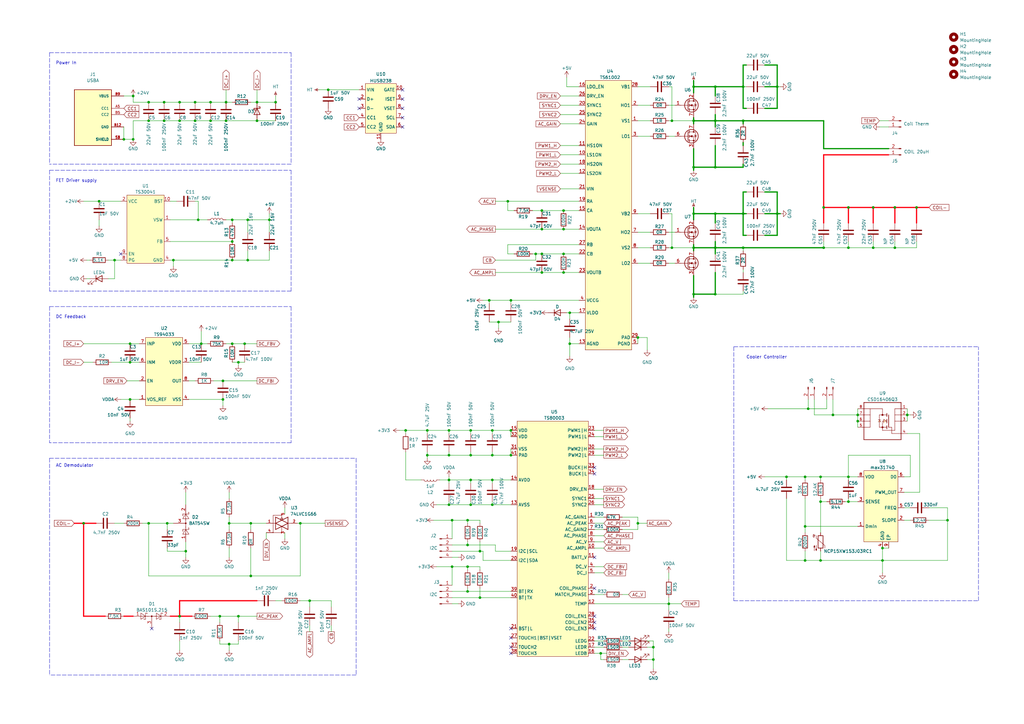
<source format=kicad_sch>
(kicad_sch (version 20211123) (generator eeschema)
  (paper "A3")
  (junction (at 304.8 87.63))
  (junction (at 95.25 106.68))
  (junction (at 267.97 270.51))
  (junction (at 200.66 123.19))
  (junction (at 95.25 140.97))
  (junction (at 54.61 39.37))
  (junction (at 81.28 90.17))
  (junction (at 113.03 41.91))
  (junction (at 336.55 205.74))
  (junction (at 95.25 90.17))
  (junction (at 222.25 111.76))
  (junction (at 102.87 236.22))
  (junction (at 347.98 85.09))
  (junction (at 293.37 101.6))
  (junction (at 92.71 49.53))
  (junction (at 127 246.38))
  (junction (at 261.62 138.43))
  (junction (at 293.37 68.58))
  (junction (at 337.82 101.6))
  (junction (at 209.55 123.19))
  (junction (at 284.48 68.58))
  (junction (at 185.42 232.41))
  (junction (at 267.97 265.43))
  (junction (at 358.14 101.6))
  (junction (at 175.26 176.53))
  (junction (at 208.28 82.55))
  (junction (at 67.31 49.53))
  (junction (at 293.37 35.56))
  (junction (at 196.85 226.06))
  (junction (at 284.48 120.65))
  (junction (at 97.79 252.73))
  (junction (at 93.98 214.63))
  (junction (at 50.8 57.15))
  (junction (at 53.34 148.59))
  (junction (at 233.68 128.27))
  (junction (at 191.77 213.36))
  (junction (at 46.99 106.68))
  (junction (at 80.01 41.91))
  (junction (at 336.55 195.58))
  (junction (at 185.42 213.36))
  (junction (at 110.49 90.17))
  (junction (at 367.03 101.6))
  (junction (at 275.59 101.6))
  (junction (at 330.2 195.58))
  (junction (at 284.48 49.53))
  (junction (at 231.14 86.36))
  (junction (at 184.15 186.69))
  (junction (at 330.2 215.9))
  (junction (at 372.11 170.18))
  (junction (at 361.95 229.87))
  (junction (at 86.36 41.91))
  (junction (at 231.14 111.76))
  (junction (at 193.04 186.69))
  (junction (at 304.8 49.53))
  (junction (at 233.68 140.97))
  (junction (at 101.6 106.68))
  (junction (at 347.98 101.6))
  (junction (at 318.77 87.63))
  (junction (at 105.41 41.91))
  (junction (at 304.8 101.6))
  (junction (at 337.82 85.09))
  (junction (at 293.37 120.65))
  (junction (at 191.77 223.52))
  (junction (at 134.62 36.83))
  (junction (at 222.25 93.98))
  (junction (at 331.47 167.64))
  (junction (at 191.77 232.41))
  (junction (at 73.66 49.53))
  (junction (at 68.58 214.63))
  (junction (at 40.64 82.55))
  (junction (at 184.15 207.01))
  (junction (at 361.95 224.79))
  (junction (at 191.77 242.57))
  (junction (at 347.98 205.74))
  (junction (at 293.37 49.53))
  (junction (at 86.36 49.53))
  (junction (at 166.37 176.53))
  (junction (at 60.96 214.63))
  (junction (at 102.87 214.63))
  (junction (at 54.61 57.15))
  (junction (at 105.41 49.53))
  (junction (at 231.14 93.98))
  (junction (at 76.2 226.06))
  (junction (at 367.03 85.09))
  (junction (at 175.26 186.69))
  (junction (at 67.31 41.91))
  (junction (at 336.55 229.87))
  (junction (at 196.85 245.11))
  (junction (at 34.29 214.63))
  (junction (at 347.98 195.58))
  (junction (at 92.71 41.91))
  (junction (at 60.96 41.91))
  (junction (at 95.25 99.06))
  (junction (at 53.34 140.97))
  (junction (at 351.79 170.18))
  (junction (at 193.04 196.85))
  (junction (at 341.63 170.18))
  (junction (at 330.2 229.87))
  (junction (at 275.59 49.53))
  (junction (at 201.93 176.53))
  (junction (at 375.92 85.09))
  (junction (at 284.48 87.63))
  (junction (at 91.44 163.83))
  (junction (at 231.14 104.14))
  (junction (at 93.98 264.16))
  (junction (at 184.15 196.85))
  (junction (at 60.96 49.53))
  (junction (at 274.32 247.65))
  (junction (at 261.62 214.63))
  (junction (at 209.55 186.69))
  (junction (at 53.34 163.83))
  (junction (at 193.04 207.01))
  (junction (at 90.17 252.73))
  (junction (at 358.14 85.09))
  (junction (at 82.55 140.97))
  (junction (at 351.79 172.72))
  (junction (at 201.93 207.01))
  (junction (at 97.79 148.59))
  (junction (at 219.71 104.14))
  (junction (at 388.62 213.36))
  (junction (at 184.15 176.53))
  (junction (at 193.04 176.53))
  (junction (at 100.33 140.97))
  (junction (at 101.6 90.17))
  (junction (at 284.48 35.56))
  (junction (at 222.25 104.14))
  (junction (at 80.01 49.53))
  (junction (at 201.93 186.69))
  (junction (at 204.47 132.08))
  (junction (at 246.38 267.97))
  (junction (at 322.58 195.58))
  (junction (at 304.8 35.56))
  (junction (at 71.12 106.68))
  (junction (at 318.77 35.56))
  (junction (at 284.48 101.6))
  (junction (at 201.93 196.85))
  (junction (at 293.37 87.63))
  (junction (at 123.19 214.63))
  (junction (at 209.55 176.53))
  (junction (at 73.66 252.73))
  (junction (at 222.25 86.36))
  (junction (at 91.44 156.21))
  (junction (at 73.66 41.91))
  (no_connect (at 165.1 36.83))
  (no_connect (at 165.1 48.26))
  (no_connect (at 165.1 52.07))
  (no_connect (at 209.55 257.81))
  (no_connect (at 209.55 261.62))
  (no_connect (at 209.55 265.43))
  (no_connect (at 209.55 267.97))
  (no_connect (at 243.84 191.77))
  (no_connect (at 243.84 194.31))
  (no_connect (at 243.84 228.6))
  (no_connect (at 243.84 241.3))
  (no_connect (at 243.84 252.73))
  (no_connect (at 243.84 255.27))
  (no_connect (at 243.84 257.81))
  (no_connect (at 165.1 40.64))
  (no_connect (at 165.1 44.45))
  (no_connect (at 49.53 104.14))
  (no_connect (at 147.32 40.64))
  (no_connect (at 147.32 44.45))
  (no_connect (at 62.23 257.81))
  (wire (pts (xy 381 213.36) (xy 388.62 213.36)))
  (wire (pts (xy 50.8 252.73) (xy 54.61 252.73)) (stroke (width 0.5) (color 255 1 18 1)))
  (wire (pts (xy 284.48 101.6) (xy 293.37 101.6)) (stroke (width 0.5)))
  (wire (pts (xy 184.15 207.01) (xy 179.07 207.01)))
  (wire (pts (xy 265.43 270.51) (xy 267.97 270.51)))
  (wire (pts (xy 113.03 39.37) (xy 113.03 41.91)))
  (wire (pts (xy 313.69 87.63) (xy 318.77 87.63)) (stroke (width 0.5)))
  (wire (pts (xy 73.66 41.91) (xy 80.01 41.91)))
  (wire (pts (xy 80.01 41.91) (xy 86.36 41.91)))
  (wire (pts (xy 86.36 41.91) (xy 92.71 41.91)))
  (wire (pts (xy 284.48 120.65) (xy 284.48 121.92)) (stroke (width 0.5)))
  (wire (pts (xy 80.01 156.21) (xy 77.47 156.21)))
  (wire (pts (xy 255.27 212.09) (xy 261.62 212.09)))
  (wire (pts (xy 261.62 212.09) (xy 261.62 214.63)))
  (wire (pts (xy 261.62 214.63) (xy 261.62 217.17)))
  (wire (pts (xy 261.62 217.17) (xy 255.27 217.17)))
  (wire (pts (xy 274.32 95.25) (xy 276.86 95.25)))
  (wire (pts (xy 304.8 101.6) (xy 337.82 101.6)) (stroke (width 0.5)))
  (wire (pts (xy 337.82 101.6) (xy 347.98 101.6)))
  (wire (pts (xy 347.98 101.6) (xy 358.14 101.6)))
  (wire (pts (xy 92.71 41.91) (xy 95.25 41.91)))
  (wire (pts (xy 304.8 58.42) (xy 304.8 59.69)) (stroke (width 0.5)))
  (polyline (pts (xy 300.99 142.24) (xy 300.99 246.38)))
  (polyline (pts (xy 300.99 142.24) (xy 401.32 142.24)))
  (polyline (pts (xy 300.99 246.38) (xy 401.32 246.38)))
  (polyline (pts (xy 401.32 246.38) (xy 401.32 142.24)))
  (wire (pts (xy 185.42 232.41) (xy 185.42 240.03)))
  (wire (pts (xy 135.89 256.54) (xy 135.89 259.08)))
  (wire (pts (xy 86.36 252.73) (xy 90.17 252.73)))
  (wire (pts (xy 90.17 252.73) (xy 90.17 255.27)))
  (wire (pts (xy 200.66 132.08) (xy 204.47 132.08)))
  (wire (pts (xy 204.47 132.08) (xy 209.55 132.08)))
  (wire (pts (xy 261.62 107.95) (xy 266.7 107.95)))
  (wire (pts (xy 243.84 217.17) (xy 247.65 217.17)))
  (wire (pts (xy 50.8 57.15) (xy 54.61 57.15)))
  (wire (pts (xy 337.82 49.53) (xy 337.82 60.96)) (stroke (width 0.5)))
  (wire (pts (xy 337.82 60.96) (xy 364.49 60.96)) (stroke (width 0.5)))
  (wire (pts (xy 184.15 176.53) (xy 184.15 177.8)))
  (wire (pts (xy 196.85 213.36) (xy 196.85 214.63)))
  (wire (pts (xy 284.48 48.26) (xy 284.48 49.53)) (stroke (width 0.5)))
  (wire (pts (xy 284.48 49.53) (xy 284.48 50.8)) (stroke (width 0.5)))
  (wire (pts (xy 50.8 52.07) (xy 50.8 57.15)))
  (wire (pts (xy 222.25 93.98) (xy 231.14 93.98)))
  (wire (pts (xy 67.31 49.53) (xy 73.66 49.53)))
  (wire (pts (xy 73.66 49.53) (xy 80.01 49.53)))
  (wire (pts (xy 80.01 49.53) (xy 86.36 49.53)))
  (wire (pts (xy 86.36 49.53) (xy 92.71 49.53)))
  (wire (pts (xy 275.59 87.63) (xy 275.59 101.6)))
  (wire (pts (xy 93.98 212.09) (xy 93.98 214.63)))
  (wire (pts (xy 93.98 214.63) (xy 93.98 217.17)))
  (wire (pts (xy 229.87 77.47) (xy 237.49 77.47)))
  (wire (pts (xy 198.12 123.19) (xy 200.66 123.19)))
  (wire (pts (xy 284.48 60.96) (xy 284.48 68.58)) (stroke (width 0.5)))
  (wire (pts (xy 284.48 68.58) (xy 284.48 69.85)) (stroke (width 0.5)))
  (wire (pts (xy 346.71 205.74) (xy 347.98 205.74)))
  (wire (pts (xy 347.98 205.74) (xy 351.79 205.74)))
  (wire (pts (xy 95.25 90.17) (xy 101.6 90.17)))
  (wire (pts (xy 101.6 90.17) (xy 101.6 95.25)))
  (wire (pts (xy 196.85 222.25) (xy 196.85 226.06)))
  (wire (pts (xy 330.2 204.47) (xy 330.2 215.9)))
  (wire (pts (xy 330.2 215.9) (xy 330.2 218.44)))
  (wire (pts (xy 341.63 163.83) (xy 341.63 170.18)))
  (wire (pts (xy 209.55 123.19) (xy 237.49 123.19)))
  (wire (pts (xy 200.66 123.19) (xy 209.55 123.19)))
  (wire (pts (xy 261.62 214.63) (xy 265.43 214.63)))
  (wire (pts (xy 198.12 229.87) (xy 209.55 229.87)))
  (wire (pts (xy 304.8 87.63) (xy 304.8 78.74)) (stroke (width 0.5)))
  (wire (pts (xy 231.14 104.14) (xy 237.49 104.14)))
  (wire (pts (xy 293.37 49.53) (xy 304.8 49.53)) (stroke (width 0.5)))
  (wire (pts (xy 304.8 49.53) (xy 304.8 50.8)) (stroke (width 0.5)))
  (wire (pts (xy 243.84 219.71) (xy 247.65 219.71)))
  (wire (pts (xy 229.87 67.31) (xy 237.49 67.31)))
  (wire (pts (xy 372.11 177.8) (xy 377.19 177.8)))
  (wire (pts (xy 377.19 177.8) (xy 377.19 201.93)))
  (wire (pts (xy 377.19 201.93) (xy 370.84 201.93)))
  (wire (pts (xy 304.8 120.65) (xy 293.37 120.65)))
  (wire (pts (xy 90.17 264.16) (xy 93.98 264.16)))
  (wire (pts (xy 93.98 264.16) (xy 97.79 264.16)))
  (wire (pts (xy 97.79 264.16) (xy 97.79 262.89)))
  (wire (pts (xy 318.77 96.52) (xy 313.69 96.52)) (stroke (width 0.5)))
  (wire (pts (xy 92.71 36.83) (xy 92.71 41.91)))
  (wire (pts (xy 229.87 71.12) (xy 237.49 71.12)))
  (wire (pts (xy 337.82 85.09) (xy 347.98 85.09)) (stroke (width 0.5) (color 255 1 17 1)))
  (wire (pts (xy 337.82 91.44) (xy 337.82 85.09)) (stroke (width 0.5) (color 255 1 17 1)))
  (wire (pts (xy 347.98 85.09) (xy 358.14 85.09)) (stroke (width 0.5) (color 255 1 17 1)))
  (wire (pts (xy 358.14 85.09) (xy 358.14 91.44)) (stroke (width 0.5) (color 255 1 17 1)))
  (wire (pts (xy 304.8 101.6) (xy 304.8 102.87)))
  (wire (pts (xy 313.69 26.67) (xy 318.77 26.67)) (stroke (width 0.5)))
  (wire (pts (xy 318.77 26.67) (xy 318.77 35.56)) (stroke (width 0.5)))
  (wire (pts (xy 318.77 35.56) (xy 318.77 44.45)) (stroke (width 0.5)))
  (wire (pts (xy 318.77 44.45) (xy 313.69 44.45)) (stroke (width 0.5)))
  (wire (pts (xy 274.32 245.11) (xy 274.32 247.65)))
  (wire (pts (xy 54.61 39.37) (xy 54.61 41.91)))
  (wire (pts (xy 229.87 46.99) (xy 237.49 46.99)))
  (wire (pts (xy 274.32 101.6) (xy 275.59 101.6)))
  (wire (pts (xy 76.2 222.25) (xy 76.2 226.06)))
  (wire (pts (xy 243.84 247.65) (xy 274.32 247.65)))
  (wire (pts (xy 274.32 247.65) (xy 274.32 250.19)))
  (wire (pts (xy 109.22 218.44) (xy 109.22 220.98)))
  (wire (pts (xy 90.17 262.89) (xy 90.17 264.16)))
  (wire (pts (xy 93.98 264.16) (xy 93.98 266.7)))
  (wire (pts (xy 177.8 213.36) (xy 185.42 213.36)))
  (wire (pts (xy 185.42 213.36) (xy 191.77 213.36)))
  (wire (pts (xy 54.61 41.91) (xy 60.96 41.91)))
  (wire (pts (xy 229.87 43.18) (xy 237.49 43.18)))
  (wire (pts (xy 246.38 267.97) (xy 246.38 270.51)))
  (wire (pts (xy 246.38 270.51) (xy 247.65 270.51)))
  (wire (pts (xy 200.66 123.19) (xy 200.66 124.46)))
  (wire (pts (xy 361.95 229.87) (xy 361.95 234.95)))
  (wire (pts (xy 184.15 196.85) (xy 184.15 198.12)))
  (wire (pts (xy 193.04 196.85) (xy 184.15 196.85)))
  (wire (pts (xy 201.93 196.85) (xy 193.04 196.85)))
  (wire (pts (xy 209.55 196.85) (xy 201.93 196.85)))
  (wire (pts (xy 191.77 232.41) (xy 191.77 233.68)))
  (wire (pts (xy 275.59 101.6) (xy 284.48 101.6)))
  (wire (pts (xy 274.32 257.81) (xy 274.32 259.08)))
  (wire (pts (xy 233.68 140.97) (xy 233.68 146.05)))
  (wire (pts (xy 347.98 195.58) (xy 347.98 196.85)))
  (wire (pts (xy 375.92 101.6) (xy 367.03 101.6)))
  (polyline (pts (xy 20.32 125.73) (xy 20.32 181.61)))
  (polyline (pts (xy 20.32 125.73) (xy 119.38 125.73)))
  (polyline (pts (xy 119.38 125.73) (xy 119.38 181.61)))
  (polyline (pts (xy 119.38 181.61) (xy 20.32 181.61)))
  (wire (pts (xy 46.99 114.3) (xy 44.45 114.3)))
  (wire (pts (xy 68.58 226.06) (xy 76.2 226.06)))
  (wire (pts (xy 370.84 213.36) (xy 373.38 213.36)))
  (wire (pts (xy 203.2 111.76) (xy 222.25 111.76)))
  (wire (pts (xy 127 256.54) (xy 127 259.08)))
  (wire (pts (xy 40.64 90.17) (xy 40.64 92.71)))
  (wire (pts (xy 123.19 246.38) (xy 127 246.38)))
  (wire (pts (xy 127 246.38) (xy 127 248.92)))
  (wire (pts (xy 54.61 49.53) (xy 60.96 49.53)))
  (wire (pts (xy 54.61 57.15) (xy 54.61 49.53)))
  (wire (pts (xy 347.98 85.09) (xy 347.98 91.44)) (stroke (width 0.5) (color 255 1 17 1)))
  (wire (pts (xy 293.37 87.63) (xy 304.8 87.63)) (stroke (width 0.5)))
  (wire (pts (xy 210.82 104.14) (xy 208.28 104.14)))
  (wire (pts (xy 105.41 49.53) (xy 113.03 49.53)))
  (wire (pts (xy 375.92 99.06) (xy 375.92 101.6)))
  (wire (pts (xy 203.2 93.98) (xy 222.25 93.98)))
  (wire (pts (xy 60.96 41.91) (xy 67.31 41.91)))
  (wire (pts (xy 261.62 55.88) (xy 266.7 55.88)))
  (wire (pts (xy 375.92 85.09) (xy 375.92 91.44)) (stroke (width 0.5) (color 255 1 17 1)))
  (wire (pts (xy 68.58 224.79) (xy 68.58 226.06)))
  (wire (pts (xy 243.84 184.15) (xy 247.65 184.15)))
  (wire (pts (xy 261.62 87.63) (xy 266.7 87.63)))
  (wire (pts (xy 127 246.38) (xy 135.89 246.38)))
  (wire (pts (xy 135.89 246.38) (xy 135.89 248.92)))
  (wire (pts (xy 209.55 176.53) (xy 209.55 179.07)))
  (wire (pts (xy 35.56 114.3) (xy 36.83 114.3)))
  (wire (pts (xy 184.15 195.58) (xy 184.15 196.85)))
  (wire (pts (xy 243.84 234.95) (xy 247.65 234.95)))
  (wire (pts (xy 304.8 49.53) (xy 337.82 49.53)) (stroke (width 0.5)))
  (wire (pts (xy 261.62 49.53) (xy 266.7 49.53)))
  (wire (pts (xy 304.8 119.38) (xy 304.8 120.65)))
  (wire (pts (xy 233.68 128.27) (xy 237.49 128.27)))
  (wire (pts (xy 185.42 247.65) (xy 187.96 247.65)))
  (wire (pts (xy 105.41 41.91) (xy 113.03 41.91)))
  (wire (pts (xy 46.99 106.68) (xy 46.99 114.3)))
  (wire (pts (xy 60.96 236.22) (xy 60.96 214.63)))
  (wire (pts (xy 274.32 107.95) (xy 276.86 107.95)))
  (wire (pts (xy 293.37 35.56) (xy 304.8 35.56)) (stroke (width 0.5)))
  (wire (pts (xy 304.8 26.67) (xy 306.07 26.67)) (stroke (width 0.5)))
  (wire (pts (xy 304.8 35.56) (xy 304.8 26.67)) (stroke (width 0.5)))
  (wire (pts (xy 304.8 44.45) (xy 304.8 35.56)) (stroke (width 0.5)))
  (wire (pts (xy 93.98 214.63) (xy 102.87 214.63)))
  (wire (pts (xy 102.87 214.63) (xy 109.22 214.63)))
  (wire (pts (xy 284.48 87.63) (xy 284.48 90.17)) (stroke (width 0.5)))
  (wire (pts (xy 243.84 232.41) (xy 247.65 232.41)))
  (wire (pts (xy 92.71 90.17) (xy 95.25 90.17)))
  (wire (pts (xy 95.25 90.17) (xy 95.25 91.44)))
  (wire (pts (xy 80.01 82.55) (xy 81.28 82.55)))
  (wire (pts (xy 81.28 82.55) (xy 81.28 90.17)))
  (wire (pts (xy 81.28 90.17) (xy 69.85 90.17)))
  (wire (pts (xy 53.34 171.45) (xy 53.34 172.72)))
  (wire (pts (xy 372.11 167.64) (xy 372.11 170.18)))
  (wire (pts (xy 372.11 170.18) (xy 372.11 172.72)))
  (wire (pts (xy 219.71 104.14) (xy 219.71 106.68)))
  (wire (pts (xy 219.71 106.68) (xy 203.2 106.68)))
  (wire (pts (xy 318.77 87.63) (xy 318.77 96.52)) (stroke (width 0.5)))
  (wire (pts (xy 222.25 111.76) (xy 231.14 111.76)))
  (wire (pts (xy 218.44 104.14) (xy 219.71 104.14)))
  (wire (pts (xy 219.71 104.14) (xy 222.25 104.14)))
  (wire (pts (xy 293.37 101.6) (xy 293.37 104.14)) (stroke (width 0.5)))
  (wire (pts (xy 172.72 196.85) (xy 166.37 196.85)))
  (wire (pts (xy 34.29 82.55) (xy 40.64 82.55)))
  (wire (pts (xy 40.64 82.55) (xy 49.53 82.55)))
  (wire (pts (xy 201.93 205.74) (xy 201.93 207.01)))
  (polyline (pts (xy 20.32 187.96) (xy 20.32 276.86)))
  (polyline (pts (xy 20.32 187.96) (xy 146.05 187.96)))
  (polyline (pts (xy 146.05 187.96) (xy 146.05 276.86)))
  (polyline (pts (xy 146.05 276.86) (xy 20.32 276.86)))
  (wire (pts (xy 284.48 113.03) (xy 284.48 120.65)) (stroke (width 0.5)))
  (wire (pts (xy 381 208.28) (xy 388.62 208.28)))
  (wire (pts (xy 193.04 196.85) (xy 193.04 198.12)))
  (wire (pts (xy 93.98 224.79) (xy 93.98 228.6)))
  (wire (pts (xy 44.45 106.68) (xy 46.99 106.68)))
  (wire (pts (xy 46.99 106.68) (xy 49.53 106.68)))
  (wire (pts (xy 50.8 39.37) (xy 54.61 39.37)))
  (wire (pts (xy 100.33 140.97) (xy 105.41 140.97)))
  (wire (pts (xy 91.44 163.83) (xy 91.44 166.37)))
  (wire (pts (xy 175.26 185.42) (xy 175.26 186.69)))
  (wire (pts (xy 185.42 213.36) (xy 185.42 220.98)))
  (wire (pts (xy 201.93 196.85) (xy 201.93 198.12)))
  (wire (pts (xy 284.48 33.02) (xy 284.48 35.56)) (stroke (width 0.5)))
  (wire (pts (xy 284.48 35.56) (xy 284.48 38.1)) (stroke (width 0.5)))
  (wire (pts (xy 185.42 242.57) (xy 191.77 242.57)))
  (wire (pts (xy 191.77 242.57) (xy 209.55 242.57)))
  (wire (pts (xy 208.28 104.14) (xy 208.28 100.33)))
  (wire (pts (xy 166.37 176.53) (xy 175.26 176.53)))
  (wire (pts (xy 175.26 176.53) (xy 184.15 176.53)))
  (wire (pts (xy 184.15 176.53) (xy 193.04 176.53)))
  (wire (pts (xy 193.04 176.53) (xy 201.93 176.53)))
  (wire (pts (xy 201.93 176.53) (xy 209.55 176.53)))
  (wire (pts (xy 255.27 270.51) (xy 257.81 270.51)))
  (wire (pts (xy 367.03 85.09) (xy 367.03 91.44)) (stroke (width 0.5) (color 255 1 17 1)))
  (wire (pts (xy 185.42 226.06) (xy 196.85 226.06)))
  (wire (pts (xy 196.85 226.06) (xy 198.12 226.06)))
  (wire (pts (xy 198.12 226.06) (xy 198.12 229.87)))
  (wire (pts (xy 229.87 63.5) (xy 237.49 63.5)))
  (wire (pts (xy 201.93 185.42) (xy 201.93 186.69)))
  (wire (pts (xy 82.55 140.97) (xy 85.09 140.97)))
  (wire (pts (xy 243.84 222.25) (xy 247.65 222.25)))
  (wire (pts (xy 77.47 140.97) (xy 82.55 140.97)))
  (wire (pts (xy 304.8 78.74) (xy 306.07 78.74)) (stroke (width 0.5)))
  (wire (pts (xy 293.37 87.63) (xy 293.37 91.44)) (stroke (width 0.5)))
  (wire (pts (xy 191.77 213.36) (xy 191.77 214.63)))
  (wire (pts (xy 274.32 234.95) (xy 274.32 237.49)))
  (wire (pts (xy 304.8 44.45) (xy 306.07 44.45)) (stroke (width 0.5)))
  (wire (pts (xy 361.95 224.79) (xy 364.49 224.79)))
  (wire (pts (xy 58.42 214.63) (xy 60.96 214.63)))
  (wire (pts (xy 60.96 214.63) (xy 68.58 214.63)))
  (wire (pts (xy 77.47 148.59) (xy 82.55 148.59)))
  (wire (pts (xy 330.2 196.85) (xy 330.2 195.58)))
  (wire (pts (xy 336.55 195.58) (xy 347.98 195.58)))
  (wire (pts (xy 347.98 195.58) (xy 351.79 195.58)))
  (wire (pts (xy 304.8 87.63) (xy 306.07 87.63)) (stroke (width 0.5)))
  (wire (pts (xy 331.47 163.83) (xy 331.47 167.64)))
  (wire (pts (xy 243.84 200.66) (xy 247.65 200.66)))
  (wire (pts (xy 69.85 99.06) (xy 95.25 99.06)))
  (wire (pts (xy 313.69 35.56) (xy 318.77 35.56)) (stroke (width 0.5)))
  (wire (pts (xy 93.98 201.93) (xy 93.98 204.47)))
  (wire (pts (xy 229.87 39.37) (xy 237.49 39.37)))
  (wire (pts (xy 209.55 123.19) (xy 209.55 124.46)))
  (wire (pts (xy 243.84 179.07) (xy 247.65 179.07)))
  (wire (pts (xy 184.15 207.01) (xy 184.15 205.74)))
  (wire (pts (xy 193.04 207.01) (xy 184.15 207.01)))
  (wire (pts (xy 201.93 207.01) (xy 193.04 207.01)))
  (wire (pts (xy 209.55 207.01) (xy 201.93 207.01)))
  (wire (pts (xy 201.93 176.53) (xy 201.93 177.8)))
  (wire (pts (xy 121.92 214.63) (xy 123.19 214.63)))
  (wire (pts (xy 123.19 214.63) (xy 123.19 236.22)))
  (wire (pts (xy 123.19 236.22) (xy 102.87 236.22)))
  (wire (pts (xy 229.87 59.69) (xy 237.49 59.69)))
  (wire (pts (xy 255.27 265.43) (xy 257.81 265.43)))
  (wire (pts (xy 336.55 229.87) (xy 361.95 229.87)))
  (wire (pts (xy 68.58 214.63) (xy 71.12 214.63)))
  (wire (pts (xy 372.11 170.18) (xy 373.38 170.18)))
  (wire (pts (xy 293.37 99.06) (xy 293.37 101.6)) (stroke (width 0.5)))
  (wire (pts (xy 336.55 204.47) (xy 336.55 205.74)))
  (wire (pts (xy 336.55 205.74) (xy 339.09 205.74)))
  (wire (pts (xy 231.14 111.76) (xy 237.49 111.76)))
  (wire (pts (xy 175.26 176.53) (xy 175.26 177.8)))
  (wire (pts (xy 185.42 228.6) (xy 187.96 228.6)))
  (wire (pts (xy 314.96 167.64) (xy 331.47 167.64)))
  (wire (pts (xy 331.47 167.64) (xy 339.09 167.64)))
  (wire (pts (xy 339.09 163.83) (xy 339.09 167.64)))
  (wire (pts (xy 231.14 93.98) (xy 237.49 93.98)))
  (wire (pts (xy 261.62 35.56) (xy 266.7 35.56)))
  (wire (pts (xy 193.04 176.53) (xy 193.04 177.8)))
  (wire (pts (xy 35.56 106.68) (xy 36.83 106.68)))
  (wire (pts (xy 337.82 99.06) (xy 337.82 101.6)))
  (wire (pts (xy 347.98 186.69) (xy 373.38 186.69)))
  (wire (pts (xy 347.98 195.58) (xy 347.98 186.69)))
  (wire (pts (xy 373.38 186.69) (xy 373.38 195.58)))
  (wire (pts (xy 373.38 195.58) (xy 370.84 195.58)))
  (wire (pts (xy 185.42 223.52) (xy 191.77 223.52)))
  (wire (pts (xy 191.77 223.52) (xy 203.2 223.52)))
  (wire (pts (xy 203.2 223.52) (xy 203.2 226.06)))
  (wire (pts (xy 203.2 226.06) (xy 209.55 226.06)))
  (wire (pts (xy 318.77 35.56) (xy 320.04 35.56)))
  (wire (pts (xy 243.84 243.84) (xy 247.65 243.84)))
  (wire (pts (xy 243.84 204.47) (xy 247.65 204.47)))
  (wire (pts (xy 232.41 31.75) (xy 232.41 35.56)))
  (wire (pts (xy 237.49 35.56) (xy 232.41 35.56)))
  (wire (pts (xy 318.77 87.63) (xy 320.04 87.63)) (stroke (width 0.5)))
  (wire (pts (xy 73.66 246.38) (xy 105.41 246.38)) (stroke (width 0.5) (color 255 1 18 1)))
  (wire (pts (xy 73.66 252.73) (xy 73.66 246.38)) (stroke (width 0.5) (color 255 1 18 1)))
  (wire (pts (xy 243.84 224.79) (xy 247.65 224.79)))
  (wire (pts (xy 265.43 262.89) (xy 267.97 262.89)))
  (wire (pts (xy 267.97 262.89) (xy 267.97 265.43)))
  (wire (pts (xy 267.97 265.43) (xy 267.97 270.51)))
  (wire (pts (xy 267.97 270.51) (xy 267.97 274.32)))
  (wire (pts (xy 69.85 106.68) (xy 71.12 106.68)))
  (wire (pts (xy 71.12 106.68) (xy 95.25 106.68)))
  (wire (pts (xy 179.07 232.41) (xy 185.42 232.41)))
  (wire (pts (xy 185.42 232.41) (xy 191.77 232.41)))
  (wire (pts (xy 76.2 226.06) (xy 76.2 228.6)))
  (wire (pts (xy 261.62 43.18) (xy 266.7 43.18)))
  (wire (pts (xy 358.14 101.6) (xy 358.14 99.06)))
  (wire (pts (xy 388.62 208.28) (xy 388.62 213.36)))
  (wire (pts (xy 388.62 213.36) (xy 388.62 229.87)))
  (wire (pts (xy 388.62 229.87) (xy 361.95 229.87)))
  (wire (pts (xy 52.07 156.21) (xy 57.15 156.21)))
  (wire (pts (xy 274.32 35.56) (xy 275.59 35.56)))
  (wire (pts (xy 275.59 35.56) (xy 275.59 49.53)))
  (wire (pts (xy 367.03 99.06) (xy 367.03 101.6)))
  (wire (pts (xy 367.03 101.6) (xy 358.14 101.6)))
  (wire (pts (xy 218.44 86.36) (xy 222.25 86.36)))
  (wire (pts (xy 222.25 86.36) (xy 231.14 86.36)))
  (wire (pts (xy 231.14 86.36) (xy 237.49 86.36)))
  (wire (pts (xy 116.84 218.44) (xy 116.84 220.98)))
  (wire (pts (xy 318.77 78.74) (xy 318.77 87.63)) (stroke (width 0.5)))
  (wire (pts (xy 304.8 110.49) (xy 304.8 111.76)))
  (wire (pts (xy 243.84 262.89) (xy 247.65 262.89)))
  (wire (pts (xy 284.48 68.58) (xy 293.37 68.58)) (stroke (width 0.5)))
  (wire (pts (xy 34.29 140.97) (xy 53.34 140.97)))
  (wire (pts (xy 53.34 140.97) (xy 57.15 140.97)))
  (wire (pts (xy 196.85 241.3) (xy 196.85 245.11)))
  (wire (pts (xy 243.84 265.43) (xy 247.65 265.43)))
  (wire (pts (xy 68.58 214.63) (xy 68.58 217.17)))
  (wire (pts (xy 358.14 85.09) (xy 367.03 85.09)) (stroke (width 0.5) (color 255 1 17 1)))
  (wire (pts (xy 367.03 85.09) (xy 375.92 85.09)) (stroke (width 0.5) (color 255 1 17 1)))
  (wire (pts (xy 375.92 85.09) (xy 381 85.09)) (stroke (width 0.5) (color 255 1 17 1)))
  (wire (pts (xy 255.27 262.89) (xy 257.81 262.89)))
  (wire (pts (xy 284.48 35.56) (xy 293.37 35.56)) (stroke (width 0.5)))
  (wire (pts (xy 293.37 35.56) (xy 293.37 39.37)) (stroke (width 0.5)))
  (wire (pts (xy 130.81 36.83) (xy 134.62 36.83)))
  (wire (pts (xy 243.84 267.97) (xy 246.38 267.97)))
  (wire (pts (xy 246.38 267.97) (xy 248.92 267.97)))
  (wire (pts (xy 46.99 214.63) (xy 50.8 214.63)))
  (wire (pts (xy 71.12 106.68) (xy 71.12 109.22)))
  (wire (pts (xy 360.68 49.53) (xy 364.49 49.53)))
  (wire (pts (xy 175.26 186.69) (xy 175.26 187.96)))
  (wire (pts (xy 304.8 96.52) (xy 304.8 87.63)) (stroke (width 0.5)))
  (wire (pts (xy 265.43 265.43) (xy 267.97 265.43)))
  (wire (pts (xy 261.62 95.25) (xy 266.7 95.25)))
  (wire (pts (xy 34.29 214.63) (xy 34.29 252.73)) (stroke (width 0.5) (color 255 1 18 1)))
  (wire (pts (xy 34.29 252.73) (xy 43.18 252.73)) (stroke (width 0.5) (color 255 1 18 1)))
  (wire (pts (xy 87.63 156.21) (xy 91.44 156.21)))
  (wire (pts (xy 91.44 156.21) (xy 105.41 156.21)))
  (wire (pts (xy 185.42 245.11) (xy 196.85 245.11)))
  (wire (pts (xy 196.85 245.11) (xy 209.55 245.11)))
  (wire (pts (xy 76.2 201.93) (xy 76.2 207.01)))
  (wire (pts (xy 191.77 241.3) (xy 191.77 242.57)))
  (wire (pts (xy 69.85 252.73) (xy 73.66 252.73)) (stroke (width 0.5) (color 255 1 18 1)))
  (wire (pts (xy 73.66 252.73) (xy 73.66 255.27)))
  (wire (pts (xy 30.48 214.63) (xy 34.29 214.63)) (stroke (width 0.5) (color 255 1 18 1)))
  (wire (pts (xy 34.29 214.63) (xy 39.37 214.63)) (stroke (width 0.5) (color 255 1 18 1)))
  (wire (pts (xy 113.03 246.38) (xy 115.57 246.38)))
  (wire (pts (xy 284.48 85.09) (xy 284.48 87.63)) (stroke (width 0.5)))
  (wire (pts (xy 77.47 163.83) (xy 91.44 163.83)))
  (wire (pts (xy 180.34 196.85) (xy 184.15 196.85)))
  (wire (pts (xy 191.77 222.25) (xy 191.77 223.52)))
  (wire (pts (xy 274.32 49.53) (xy 275.59 49.53)))
  (wire (pts (xy 275.59 49.53) (xy 284.48 49.53)))
  (wire (pts (xy 166.37 185.42) (xy 166.37 196.85)))
  (wire (pts (xy 184.15 186.69) (xy 175.26 186.69)))
  (wire (pts (xy 193.04 186.69) (xy 184.15 186.69)))
  (wire (pts (xy 201.93 186.69) (xy 193.04 186.69)))
  (wire (pts (xy 209.55 186.69) (xy 201.93 186.69)))
  (wire (pts (xy 229.87 50.8) (xy 237.49 50.8)))
  (wire (pts (xy 81.28 90.17) (xy 85.09 90.17)))
  (wire (pts (xy 313.69 78.74) (xy 318.77 78.74)) (stroke (width 0.5)))
  (wire (pts (xy 336.55 226.06) (xy 336.55 229.87)))
  (wire (pts (xy 222.25 104.14) (xy 231.14 104.14)))
  (wire (pts (xy 347.98 99.06) (xy 347.98 101.6)))
  (wire (pts (xy 330.2 226.06) (xy 330.2 229.87)))
  (wire (pts (xy 330.2 229.87) (xy 336.55 229.87)))
  (wire (pts (xy 261.62 101.6) (xy 266.7 101.6)))
  (wire (pts (xy 347.98 204.47) (xy 347.98 205.74)))
  (wire (pts (xy 304.8 67.31) (xy 304.8 68.58)) (stroke (width 0.5)))
  (wire (pts (xy 304.8 68.58) (xy 293.37 68.58)) (stroke (width 0.5)))
  (wire (pts (xy 123.19 214.63) (xy 133.35 214.63)))
  (wire (pts (xy 45.72 148.59) (xy 53.34 148.59)))
  (wire (pts (xy 53.34 148.59) (xy 57.15 148.59)))
  (wire (pts (xy 361.95 224.79) (xy 361.95 229.87)))
  (wire (pts (xy 243.84 186.69) (xy 247.65 186.69)))
  (wire (pts (xy 208.28 86.36) (xy 208.28 82.55)))
  (wire (pts (xy 210.82 86.36) (xy 208.28 86.36)))
  (wire (pts (xy 95.25 148.59) (xy 97.79 148.59)))
  (wire (pts (xy 97.79 148.59) (xy 100.33 148.59)))
  (wire (pts (xy 203.2 82.55) (xy 208.28 82.55)))
  (wire (pts (xy 208.28 82.55) (xy 237.49 82.55)))
  (wire (pts (xy 184.15 185.42) (xy 184.15 186.69)))
  (wire (pts (xy 73.66 252.73) (xy 78.74 252.73)) (stroke (width 0.5) (color 255 1 18 1)))
  (wire (pts (xy 243.84 212.09) (xy 247.65 212.09)))
  (wire (pts (xy 233.68 128.27) (xy 233.68 130.81)))
  (wire (pts (xy 60.96 236.22) (xy 102.87 236.22)))
  (wire (pts (xy 102.87 236.22) (xy 102.87 224.79)))
  (wire (pts (xy 255.27 243.84) (xy 257.81 243.84)))
  (wire (pts (xy 191.77 213.36) (xy 196.85 213.36)))
  (wire (pts (xy 274.32 43.18) (xy 276.86 43.18)))
  (wire (pts (xy 73.66 262.89) (xy 73.66 266.7)))
  (wire (pts (xy 90.17 252.73) (xy 97.79 252.73)))
  (wire (pts (xy 97.79 252.73) (xy 97.79 255.27)))
  (wire (pts (xy 261.62 138.43) (xy 265.43 138.43)))
  (wire (pts (xy 265.43 138.43) (xy 265.43 143.51)))
  (wire (pts (xy 370.84 208.28) (xy 373.38 208.28)))
  (wire (pts (xy 69.85 82.55) (xy 72.39 82.55)))
  (wire (pts (xy 284.48 49.53) (xy 293.37 49.53)) (stroke (width 0.5)))
  (wire (pts (xy 60.96 49.53) (xy 67.31 49.53)))
  (wire (pts (xy 330.2 195.58) (xy 336.55 195.58)))
  (wire (pts (xy 116.84 208.28) (xy 116.84 210.82)))
  (polyline (pts (xy 20.32 21.59) (xy 20.32 67.31)))
  (polyline (pts (xy 20.32 21.59) (xy 119.38 21.59)))
  (polyline (pts (xy 119.38 21.59) (xy 119.38 67.31)))
  (polyline (pts (xy 119.38 67.31) (xy 20.32 67.31)))
  (wire (pts (xy 293.37 101.6) (xy 304.8 101.6)) (stroke (width 0.5)))
  (wire (pts (xy 97.79 148.59) (xy 97.79 149.86)))
  (wire (pts (xy 110.49 102.87) (xy 110.49 106.68)))
  (wire (pts (xy 110.49 106.68) (xy 101.6 106.68)))
  (wire (pts (xy 304.8 35.56) (xy 306.07 35.56)))
  (wire (pts (xy 274.32 87.63) (xy 275.59 87.63)))
  (wire (pts (xy 243.84 176.53) (xy 247.65 176.53)))
  (wire (pts (xy 105.41 36.83) (xy 105.41 41.91)))
  (wire (pts (xy 209.55 184.15) (xy 209.55 186.69)))
  (wire (pts (xy 34.29 148.59) (xy 38.1 148.59)))
  (polyline (pts (xy 20.32 69.85) (xy 20.32 119.38)))
  (polyline (pts (xy 20.32 69.85) (xy 119.38 69.85)))
  (polyline (pts (xy 119.38 69.85) (xy 119.38 119.38)))
  (polyline (pts (xy 119.38 119.38) (xy 20.32 119.38)))
  (wire (pts (xy 322.58 195.58) (xy 322.58 196.85)))
  (wire (pts (xy 322.58 195.58) (xy 330.2 195.58)))
  (wire (pts (xy 82.55 135.89) (xy 82.55 140.97)))
  (wire (pts (xy 204.47 132.08) (xy 204.47 134.62)))
  (wire (pts (xy 102.87 41.91) (xy 105.41 41.91)))
  (wire (pts (xy 163.83 176.53) (xy 166.37 176.53)))
  (wire (pts (xy 360.68 52.07) (xy 364.49 52.07)))
  (wire (pts (xy 284.48 100.33) (xy 284.48 101.6)) (stroke (width 0.5)))
  (wire (pts (xy 67.31 41.91) (xy 73.66 41.91)))
  (wire (pts (xy 274.32 247.65) (xy 279.4 247.65)))
  (wire (pts (xy 284.48 101.6) (xy 284.48 102.87)) (stroke (width 0.5)))
  (wire (pts (xy 193.04 205.74) (xy 193.04 207.01)))
  (wire (pts (xy 101.6 102.87) (xy 101.6 106.68)))
  (wire (pts (xy 101.6 106.68) (xy 95.25 106.68)))
  (wire (pts (xy 336.55 205.74) (xy 336.55 218.44)))
  (wire (pts (xy 92.71 49.53) (xy 105.41 49.53)))
  (wire (pts (xy 49.53 163.83) (xy 53.34 163.83)))
  (wire (pts (xy 53.34 163.83) (xy 57.15 163.83)))
  (wire (pts (xy 208.28 100.33) (xy 237.49 100.33)))
  (wire (pts (xy 261.62 138.43) (xy 261.62 140.97)))
  (wire (pts (xy 274.32 55.88) (xy 276.86 55.88)))
  (wire (pts (xy 334.01 163.83) (xy 334.01 170.18)))
  (wire (pts (xy 334.01 170.18) (xy 341.63 170.18)))
  (wire (pts (xy 341.63 170.18) (xy 351.79 170.18)))
  (wire (pts (xy 293.37 59.69) (xy 293.37 68.58)) (stroke (width 0.5)))
  (wire (pts (xy 304.8 96.52) (xy 306.07 96.52)) (stroke (width 0.5)))
  (wire (pts (xy 243.84 214.63) (xy 247.65 214.63)))
  (wire (pts (xy 293.37 111.76) (xy 293.37 120.65)) (stroke (width 0.5)))
  (wire (pts (xy 322.58 204.47) (xy 322.58 229.87)))
  (wire (pts (xy 322.58 229.87) (xy 330.2 229.87)))
  (wire (pts (xy 284.48 87.63) (xy 293.37 87.63)) (stroke (width 0.5)))
  (wire (pts (xy 110.49 87.63) (xy 110.49 90.17)))
  (wire (pts (xy 191.77 232.41) (xy 196.85 232.41)))
  (wire (pts (xy 293.37 46.99) (xy 293.37 49.53)) (stroke (width 0.5)))
  (wire (pts (xy 293.37 49.53) (xy 293.37 52.07)) (stroke (width 0.5)))
  (wire (pts (xy 232.41 128.27) (xy 233.68 128.27)))
  (wire (pts (xy 101.6 90.17) (xy 110.49 90.17)))
  (wire (pts (xy 110.49 90.17) (xy 110.49 95.25)))
  (wire (pts (xy 166.37 176.53) (xy 166.37 177.8)))
  (wire (pts (xy 233.68 140.97) (xy 233.68 138.43)))
  (wire (pts (xy 233.68 140.97) (xy 237.49 140.97)))
  (wire (pts (xy 313.69 195.58) (xy 322.58 195.58)))
  (wire (pts (xy 196.85 232.41) (xy 196.85 233.68)))
  (wire (pts (xy 337.82 63.5) (xy 364.49 63.5)) (stroke (width 0.5) (color 255 1 17 1)))
  (wire (pts (xy 337.82 85.09) (xy 337.82 63.5)) (stroke (width 0.5) (color 255 1 17 1)))
  (wire (pts (xy 351.79 167.64) (xy 351.79 170.18)))
  (wire (pts (xy 351.79 170.18) (xy 351.79 172.72)))
  (wire (pts (xy 351.79 172.72) (xy 351.79 175.26)))
  (wire (pts (xy 284.48 120.65) (xy 293.37 120.65)) (stroke (width 0.5)))
  (wire (pts (xy 336.55 195.58) (xy 336.55 196.85)))
  (wire (pts (xy 134.62 36.83) (xy 147.32 36.83)))
  (wire (pts (xy 330.2 215.9) (xy 351.79 215.9)))
  (wire (pts (xy 243.84 207.01) (xy 247.65 207.01)))
  (wire (pts (xy 92.71 140.97) (xy 95.25 140.97)))
  (wire (pts (xy 95.25 140.97) (xy 100.33 140.97)))
  (wire (pts (xy 193.04 185.42) (xy 193.04 186.69)))
  (wire (pts (xy 102.87 214.63) (xy 102.87 217.17)))
  (wire (pts (xy 97.79 252.73) (xy 105.41 252.73)))
  (text "Power In" (at 22.86 26.67 0) (effects (font (size 1.27 1.27)) (justify left bottom)))
  (text "Cooler Controller" (at 306.07 147.32 0) (effects (font (size 1.27 1.27)) (justify left bottom)))
  (text "AC Demodulator" (at 22.86 191.77 0) (effects (font (size 1.27 1.27)) (justify left bottom)))
  (text "DC Feedback" (at 22.86 130.81 0) (effects (font (size 1.27 1.27)) (justify left bottom)))
  (text "FET Driver supply" (at 22.86 74.93 0) (effects (font (size 1.27 1.27)) (justify left bottom)))
  (global_label "AC_AMPL" (shape output) (at 203.2 111.76 180) (property "Intersheet References" "${INTERSHEET_REFS}" (effects hide)))
  (global_label "VSENSE" (shape output) (at 133.35 214.63 0) (property "Intersheet References" "${INTERSHEET_REFS}" (effects hide)))
  (global_label "DIV_EN" (shape input) (at 109.22 220.98 270) (property "Intersheet References" "${INTERSHEET_REFS}" (effects hide)))
  (global_label "DC_FBI" (shape output) (at 105.41 156.21 0) (property "Intersheet References" "${INTERSHEET_REFS}" (effects hide)))
  (global_label "CC2" (shape input) (at 50.8 46.99 0) (property "Intersheet References" "${INTERSHEET_REFS}" (effects hide)))
  (global_label "DC_I-" (shape output) (at 105.41 36.83 90) (property "Intersheet References" "${INTERSHEET_REFS}" (effects hide)))
  (global_label "AC_GAIN" (shape input) (at 229.87 50.8 180) (property "Intersheet References" "${INTERSHEET_REFS}" (effects hide)))
  (global_label "AC_AMPL" (shape input) (at 247.65 224.79 0) (property "Intersheet References" "${INTERSHEET_REFS}" (effects hide)))
  (global_label "AC_V" (shape output) (at 203.2 82.55 180) (property "Intersheet References" "${INTERSHEET_REFS}" (effects hide)))
  (global_label "PWM1_L" (shape output) (at 247.65 179.07 0) (property "Intersheet References" "${INTERSHEET_REFS}" (effects hide)))
  (global_label "DC_I+" (shape input) (at 34.29 140.97 180) (property "Intersheet References" "${INTERSHEET_REFS}" (effects hide)))
  (global_label "CB" (shape output) (at 135.89 259.08 270) (property "Intersheet References" "${INTERSHEET_REFS}" (effects hide)))
  (global_label "DIV_EN" (shape output) (at 248.92 267.97 0) (property "Intersheet References" "${INTERSHEET_REFS}" (effects hide)))
  (global_label "SYNC2" (shape input) (at 229.87 46.99 180) (property "Intersheet References" "${INTERSHEET_REFS}" (effects hide)))
  (global_label "SYNC2" (shape output) (at 247.65 207.01 0) (property "Intersheet References" "${INTERSHEET_REFS}" (effects hide)))
  (global_label "DRV_EN" (shape input) (at 229.87 39.37 180) (property "Intersheet References" "${INTERSHEET_REFS}" (effects hide)))
  (global_label "AC_V" (shape input) (at 247.65 222.25 0) (property "Intersheet References" "${INTERSHEET_REFS}" (effects hide)))
  (global_label "PWM1_H" (shape input) (at 229.87 59.69 180) (property "Intersheet References" "${INTERSHEET_REFS}" (effects hide)))
  (global_label "AC_GAIN" (shape output) (at 265.43 214.63 0) (property "Intersheet References" "${INTERSHEET_REFS}" (effects hide)))
  (global_label "VSENSE" (shape input) (at 229.87 77.47 180) (property "Intersheet References" "${INTERSHEET_REFS}" (effects hide)))
  (global_label "SYNC1" (shape output) (at 247.65 204.47 0) (property "Intersheet References" "${INTERSHEET_REFS}" (effects hide)))
  (global_label "DC_FBV" (shape output) (at 105.41 140.97 0) (property "Intersheet References" "${INTERSHEET_REFS}" (effects hide)))
  (global_label "DRV_EN" (shape output) (at 247.65 200.66 0) (property "Intersheet References" "${INTERSHEET_REFS}" (effects hide)))
  (global_label "PWM2_H" (shape output) (at 247.65 184.15 0) (property "Intersheet References" "${INTERSHEET_REFS}" (effects hide)))
  (global_label "CC1" (shape input) (at 50.8 44.45 0) (property "Intersheet References" "${INTERSHEET_REFS}" (effects hide)))
  (global_label "PWM2_L" (shape input) (at 229.87 71.12 180) (property "Intersheet References" "${INTERSHEET_REFS}" (effects hide)))
  (global_label "AC_PHASE" (shape input) (at 247.65 219.71 0) (property "Intersheet References" "${INTERSHEET_REFS}" (effects hide)))
  (global_label "TEMP" (shape input) (at 279.4 247.65 0) (property "Intersheet References" "${INTERSHEET_REFS}" (effects hide)))
  (global_label "CB" (shape input) (at 203.2 106.68 180) (property "Intersheet References" "${INTERSHEET_REFS}" (effects hide)))
  (global_label "AC_PEAK" (shape output) (at 105.41 252.73 0) (property "Intersheet References" "${INTERSHEET_REFS}" (effects hide)))
  (global_label "SYNC1" (shape input) (at 229.87 43.18 180) (property "Intersheet References" "${INTERSHEET_REFS}" (effects hide)))
  (global_label "CC1" (shape input) (at 147.32 48.26 180) (property "Intersheet References" "${INTERSHEET_REFS}" (effects hide)))
  (global_label "DRV_EN" (shape input) (at 52.07 156.21 180) (property "Intersheet References" "${INTERSHEET_REFS}" (effects hide)))
  (global_label "PWM2_L" (shape output) (at 247.65 186.69 0) (property "Intersheet References" "${INTERSHEET_REFS}" (effects hide)))
  (global_label "DC_FBI" (shape input) (at 247.65 234.95 0) (property "Intersheet References" "${INTERSHEET_REFS}" (effects hide)))
  (global_label "COIL-" (shape input) (at 381 85.09 0) (property "Intersheet References" "${INTERSHEET_REFS}" (effects hide)))
  (global_label "DC_I-" (shape input) (at 34.29 148.59 180) (property "Intersheet References" "${INTERSHEET_REFS}" (effects hide)))
  (global_label "DC_I+" (shape output) (at 92.71 36.83 90) (property "Intersheet References" "${INTERSHEET_REFS}" (effects hide)))
  (global_label "COIL-" (shape input) (at 30.48 214.63 180) (property "Intersheet References" "${INTERSHEET_REFS}" (effects hide)))
  (global_label "AC_PEAK" (shape input) (at 247.65 214.63 0) (property "Intersheet References" "${INTERSHEET_REFS}" (effects hide)))
  (global_label "AC_AMPL" (shape output) (at 127 259.08 270) (property "Intersheet References" "${INTERSHEET_REFS}" (effects hide)))
  (global_label "DC_FBV" (shape input) (at 247.65 232.41 0) (property "Intersheet References" "${INTERSHEET_REFS}" (effects hide)))
  (global_label "PWM2_H" (shape input) (at 229.87 67.31 180) (property "Intersheet References" "${INTERSHEET_REFS}" (effects hide)))
  (global_label "PWM1_H" (shape output) (at 247.65 176.53 0) (property "Intersheet References" "${INTERSHEET_REFS}" (effects hide)))
  (global_label "CC2" (shape input) (at 147.32 52.07 180) (property "Intersheet References" "${INTERSHEET_REFS}" (effects hide)))
  (global_label "AC_V" (shape input) (at 257.81 243.84 0) (property "Intersheet References" "${INTERSHEET_REFS}" (effects hide)))
  (global_label "AC_PHASE" (shape output) (at 203.2 93.98 180) (property "Intersheet References" "${INTERSHEET_REFS}" (effects hide)))
  (global_label "TEMP" (shape input) (at 360.68 49.53 180) (property "Intersheet References" "${INTERSHEET_REFS}" (effects hide)))
  (global_label "PWM1_L" (shape input) (at 229.87 63.5 180) (property "Intersheet References" "${INTERSHEET_REFS}" (effects hide)))
  (symbol (lib_id "power:+3V3") (at 163.83 176.53 90) (unit 1)
    (property "Reference" "#PWR025" (effects hide))
    (property "Value" "+3V3" (at 160.02 176.53 90) (effects (justify left)))
  )
  (symbol (lib_id "Device:C") (at 80.01 45.72 0) (unit 1)
    (property "Reference" "C9" (at 80.01 48.26 0) (effects (justify left)))
    (property "Value" "22uF 50V" (at 80.01 59.69 90) (effects (justify left)))
    (property "Footprint" "Capacitor_SMD:C_0805_2012Metric" (effects hide))
  )
  (symbol (lib_id "Device:R") (at 214.63 86.36 90) (unit 1)
    (property "Reference" "R19" (at 216.5041 88.8677 90) (effects (justify left)))
    (property "Value" "7.5K" (at 217.17 86.36 90) (effects (justify left)))
    (property "Footprint" "Resistor_SMD:R_0402_1005Metric" (effects hide))
  )
  (symbol (lib_id "power:VDDA") (at 274.32 234.95 0) (unit 1)
    (property "Reference" "#PWR042" (effects hide))
    (property "Value" "VDDA" (at 274.32 231.14 0))
  )
  (symbol (lib_id "power:+5V") (at 314.96 167.64 90) (unit 1)
    (property "Reference" "#PWR0105" (effects hide))
    (property "Value" "+5V" (at 307.34 167.64 90) (effects (justify right)))
  )
  (symbol (lib_id "Device:C") (at 86.36 45.72 0) (unit 1)
    (property "Reference" "C12" (at 86.36 48.26 0) (effects (justify left)))
    (property "Value" "22uF 50V" (at 86.36 59.69 90) (effects (justify left)))
    (property "Footprint" "Capacitor_SMD:C_0805_2012Metric" (effects hide))
  )
  (symbol (lib_id "Device:R") (at 95.25 102.87 180) (unit 1)
    (property "Reference" "R14" (at 92.9247 105.9575 90) (effects (justify left)))
    (property "Value" "10K" (at 95.2792 100.8798 90) (effects (justify left)))
    (property "Footprint" "Resistor_SMD:R_0402_1005Metric" (effects hide))
  )
  (symbol (lib_id "Device:R") (at 304.8 106.68 180) (unit 1)
    (property "Reference" "R37" (at 302.5533 104.7724 90) (effects (justify left)))
    (property "Value" "2R" (at 304.8 105.41 90) (effects (justify left)))
    (property "Footprint" "Resistor_SMD:R_0805_2012Metric" (effects hide))
  )
  (symbol (lib_id "Device:C") (at 309.88 87.63 270) (unit 1)
    (property "Reference" "C49" (at 312.42 86.36 90) (effects (justify left)))
    (property "Value" "22uF 50V" (at 306.07 83.82 90) (effects (justify left)))
    (property "Footprint" "Capacitor_SMD:C_0805_2012Metric" (effects hide))
  )
  (symbol (lib_id "Device:C") (at 67.31 45.72 0) (unit 1)
    (property "Reference" "C6" (at 67.31 48.26 0) (effects (justify left)))
    (property "Value" "100nF 250V" (at 67.31 62.23 90) (effects (justify left)))
    (property "Footprint" "Capacitor_SMD:C_0805_2012Metric" (effects hide))
  )
  (symbol (lib_id "Device:C") (at 110.49 99.06 0) (unit 1)
    (property "Reference" "C21" (at 110.49 101.6 0) (effects (justify left)))
    (property "Value" "22uF 16V" (at 111.76 96.52 90) (effects (justify left)))
    (property "Footprint" "Capacitor_SMD:C_0603_1608Metric" (effects hide))
  )
  (symbol (lib_id "power:GND") (at 187.96 228.6 90) (unit 1)
    (property "Reference" "#PWR0104" (effects hide))
    (property "Value" "GND" (at 193.04 228.6 90))
  )
  (symbol (lib_id "Device:C") (at 293.37 43.18 180) (unit 1)
    (property "Reference" "C38" (at 294.64 38.1 90) (effects (justify left)))
    (property "Value" "2.2nF 100V" (at 297.18 36.83 90) (effects (justify left)))
    (property "Footprint" "Capacitor_SMD:C_0805_2012Metric" (effects hide))
  )
  (symbol (lib_id "Device:C") (at 100.33 144.78 180) (unit 1)
    (property "Reference" "C17" (at 106.68 144.78 0) (effects (justify left)))
    (property "Value" "4.7nF 100V" (at 111.76 147.32 0) (effects (justify left)))
    (property "Footprint" "Capacitor_SMD:C_0402_1005Metric" (effects hide))
  )
  (symbol (lib_id "power:GND") (at 284.48 69.85 0) (unit 1)
    (property "Reference" "#PWR038" (effects hide))
    (property "Value" "GND" (at 284.48 73.66 0))
  )
  (symbol (lib_id "Device:C") (at 193.04 181.61 0) (unit 1)
    (property "Reference" "C29" (at 193.04 179.07 0) (effects (justify left)))
    (property "Value" "100nF 50V" (at 193.04 175.26 90) (effects (justify left)))
    (property "Footprint" "Capacitor_SMD:C_0402_1005Metric" (effects hide))
  )
  (symbol (lib_id "Device:C") (at 304.8 63.5 180) (unit 1)
    (property "Reference" "C43" (at 306.07 64.77 90) (effects (justify left)))
    (property "Value" "2.7nF 100V" (at 308.61 57.15 90) (effects (justify left)))
    (property "Footprint" "Capacitor_SMD:C_0805_2012Metric" (effects hide))
  )
  (symbol (lib_id "Device:R") (at 196.85 218.44 0) (unit 1)
    (property "Reference" "R40" (at 199.3947 220.3669 90) (effects (justify left)))
    (property "Value" "10K" (at 196.8547 220.3669 90) (effects (justify left)))
    (property "Footprint" "Resistor_SMD:R_0402_1005Metric" (effects hide))
  )
  (symbol (lib_id "BSC:BSC0993ND") (at 284.48 49.53 0) (unit 1)
    (property "Reference" "U6" (at 280.67 36.83 0) (effects (justify left)))
    (property "Value" "BSC0993ND" (effects hide))
    (property "Footprint" "Package_SON:Infineon_PG-TISON-8-2" (effects hide))
  )
  (symbol (lib_id "Device:C") (at 127 252.73 180) (unit 1)
    (property "Reference" "C22" (at 125.73 254 90) (effects (justify left)))
    (property "Value" "220pF 50V" (at 123.19 250.19 90) (effects (justify left)))
    (property "Footprint" "Capacitor_SMD:C_0402_1005Metric" (effects hide))
  )
  (symbol (lib_id "power:+5V") (at 198.12 123.19 90) (unit 1)
    (property "Reference" "#PWR027" (effects hide))
    (property "Value" "+5V" (at 193.04 123.19 90))
  )
  (symbol (lib_id "Device:C") (at 97.79 259.08 0) (unit 1)
    (property "Reference" "C16" (at 100.33 259.08 0) (effects (justify left)))
    (property "Value" "100nF 50V" (at 97.79 261.62 0) (effects (justify left)))
    (property "Footprint" "Capacitor_SMD:C_0402_1005Metric" (effects hide))
  )
  (symbol (lib_id "Device:C") (at 53.34 167.64 180) (unit 1)
    (property "Reference" "C4" (at 50.8 167.64 0) (effects (justify left)))
    (property "Value" "10nF 50V" (at 53.34 170.18 0) (effects (justify left)))
    (property "Footprint" "Capacitor_SMD:C_0402_1005Metric" (effects hide))
  )
  (symbol (lib_id "Device:C") (at 113.03 45.72 0) (unit 1)
    (property "Reference" "C19" (at 113.03 48.26 0) (effects (justify left)))
    (property "Value" "100nF 250V" (at 106.68 50.8 0) (effects (justify left)))
    (property "Footprint" "Capacitor_SMD:C_0805_2012Metric" (effects hide))
  )
  (symbol (lib_id "TS:TS94033") (at 67.31 152.4 0) (unit 1)
    (property "Reference" "U2" (at 67.31 134.62 0))
    (property "Value" "TS94033" (at 67.31 137.16 0))
    (property "Footprint" "Package_TO_SOT_SMD:SOT-23-8" (effects hide))
  )
  (symbol (lib_id "Device:R") (at 251.46 217.17 90) (unit 1)
    (property "Reference" "R31" (at 247.65 215.9 90) (effects (justify left)))
    (property "Value" "100K" (at 254 217.17 90) (effects (justify left)))
    (property "Footprint" "Resistor_SMD:R_0402_1005Metric" (effects hide))
  )
  (symbol (lib_id "Device:R") (at 83.82 156.21 90) (unit 1)
    (property "Reference" "R8" (at 85.09 153.67 90) (effects (justify left)))
    (property "Value" "1K" (at 85.09 156.21 90) (effects (justify left)))
    (property "Footprint" "Resistor_SMD:R_0402_1005Metric" (effects hide))
  )
  (symbol (lib_id "power:GND") (at 361.95 234.95 0) (unit 1)
    (property "Reference" "#PWR031" (effects hide))
    (property "Value" "GND" (at 361.95 238.76 0))
  )
  (symbol (lib_id "Connector:Conn_01x04_Male") (at 180.34 223.52 0) (unit 1)
    (property "Reference" "J2" (at 177.8 219.71 0))
    (property "Value" "I2C" (at 177.8 224.79 0))
    (property "Footprint" "Connector_PinHeader_2.00mm:PinHeader_1x04_P2.00mm_Vertical" (effects hide))
  )
  (symbol (lib_id "power:VDDA") (at 184.15 195.58 0) (unit 1)
    (property "Reference" "#PWR030" (effects hide))
    (property "Value" "VDDA" (at 184.15 191.77 0))
  )
  (symbol (lib_id "Device:R") (at 196.85 237.49 0) (unit 1)
    (property "Reference" "R21" (at 199.3846 239.4268 90) (effects (justify left)))
    (property "Value" "10K" (at 196.8446 239.4268 90) (effects (justify left)))
    (property "Footprint" "Resistor_SMD:R_0402_1005Metric" (effects hide))
  )
  (symbol (lib_id "power:GND") (at 73.66 266.7 0) (unit 1)
    (property "Reference" "#PWR09" (effects hide))
    (property "Value" "GND" (at 73.66 270.51 0))
  )
  (symbol (lib_id "Device:D_Schottky") (at 105.41 45.72 270) (unit 1)
    (property "Reference" "D3" (at 101.6 45.72 90) (effects (justify left)))
    (property "Value" "BZT52C30 30V" (effects hide))
    (property "Footprint" "Diode_SMD:D_0805_2012Metric" (effects hide))
  )
  (symbol (lib_id "power:GND") (at 93.98 228.6 0) (unit 1)
    (property "Reference" "#PWR014" (effects hide))
    (property "Value" "GND" (at 93.98 232.41 0))
  )
  (symbol (lib_id "Device:C") (at 377.19 208.28 90) (unit 1)
    (property "Reference" "C57" (at 374.65 207.01 90) (effects (justify left)))
    (property "Value" "330nF" (at 384.81 207.01 90) (effects (justify left)))
    (property "Footprint" "Capacitor_SMD:C_0402_1005Metric" (effects hide))
  )
  (symbol (lib_id "power:GND") (at 284.48 121.92 0) (unit 1)
    (property "Reference" "#PWR040" (effects hide))
    (property "Value" "GND" (at 284.48 125.73 0))
  )
  (symbol (lib_id "Device:C") (at 293.37 95.25 180) (unit 1)
    (property "Reference" "C40" (at 294.64 90.17 90) (effects (justify left)))
    (property "Value" "2.2nF 100V" (at 297.18 88.9 90) (effects (justify left)))
    (property "Footprint" "Capacitor_SMD:C_0805_2012Metric" (effects hide))
  )
  (symbol (lib_id "Device:C") (at 76.2 82.55 90) (unit 1)
    (property "Reference" "C11" (at 80.01 78.74 90) (effects (justify left)))
    (property "Value" "47nF 50V" (at 86.36 81.28 90) (effects (justify left)))
    (property "Footprint" "Capacitor_SMD:C_0402_1005Metric" (effects hide))
  )
  (symbol (lib_id "Device:C") (at 274.32 254 0) (unit 1)
    (property "Reference" "C42" (at 274.32 251.46 0) (effects (justify left)))
    (property "Value" "100nF 50V" (at 274.32 256.54 0) (effects (justify left)))
    (property "Footprint" "Capacitor_SMD:C_0402_1005Metric" (effects hide))
  )
  (symbol (lib_id "power:GND") (at 93.98 266.7 0) (unit 1)
    (property "Reference" "#PWR016" (effects hide))
    (property "Value" "GND" (at 93.98 270.51 0))
  )
  (symbol (lib_id "Device:C") (at 270.51 35.56 90) (unit 1)
    (property "Reference" "C36" (at 275.59 34.29 90) (effects (justify left)))
    (property "Value" "47nF 50V" (at 276.86 31.75 90) (effects (justify left)))
    (property "Footprint" "Capacitor_SMD:C_0402_1005Metric" (effects hide))
  )
  (symbol (lib_id "Device:R") (at 95.25 144.78 180) (unit 1)
    (property "Reference" "R15" (at 92.7767 142.9132 90) (effects (justify left)))
    (property "Value" "10K" (at 95.3167 142.9132 90) (effects (justify left)))
    (property "Footprint" "Resistor_SMD:R_0402_1005Metric" (effects hide))
  )
  (symbol (lib_id "Device:C") (at 347.98 95.25 0) (unit 1)
    (property "Reference" "C52" (at 346.71 100.33 90) (effects (justify left)))
    (property "Value" "47nF 250V" (at 344.17 100.33 90) (effects (justify left)))
    (property "Footprint" "Capacitor_SMD:C_1210_3225Metric" (effects hide))
  )
  (symbol (lib_id "power:GND") (at 134.62 44.45 0) (unit 1)
    (property "Reference" "#PWR0108" (effects hide))
    (property "Value" "GND" (at 134.62 48.26 0))
  )
  (symbol (lib_id "Device:R") (at 40.64 106.68 270) (unit 1)
    (property "Reference" "R1" (at 39.37 104.14 90) (effects (justify left)))
    (property "Value" "5.1K" (at 38.1 106.68 90) (effects (justify left)))
    (property "Footprint" "Resistor_SMD:R_0402_1005Metric" (effects hide))
  )
  (symbol (lib_id "power:HT") (at 284.48 33.02 0) (unit 1)
    (property "Reference" "#PWR037" (effects hide))
    (property "Value" "HT" (at 284.48 30.48 0))
  )
  (symbol (lib_id "Device:R") (at 330.2 200.66 180) (unit 1)
    (property "Reference" "R41" (at 330.2383 198.8412 90) (effects (justify left)))
    (property "Value" "33K" (at 328.0838 198.7533 90) (effects (justify left)))
    (property "Footprint" "Resistor_SMD:R_0402_1005Metric" (effects hide))
  )
  (symbol (lib_id "power:+24V") (at 82.55 135.89 0) (unit 1)
    (property "Reference" "#PWR017" (effects hide))
    (property "Value" "+24V" (at 83.82 134.62 0) (effects (justify left)))
  )
  (symbol (lib_id "power:GND") (at 54.61 57.15 0) (unit 1)
    (property "Reference" "#PWR07" (effects hide))
    (property "Value" "GND" (at 54.61 60.96 0))
  )
  (symbol (lib_id "Device:L") (at 176.53 196.85 270) (unit 1)
    (property "Reference" "L2" (at 176.53 201.93 90))
    (property "Value" "1uF" (at 176.53 199.39 90))
    (property "Footprint" "Inductor_SMD:L_Taiyo-Yuden_NR-30xx" (effects hide))
  )
  (symbol (lib_id "Device:R") (at 166.37 181.61 0) (unit 1)
    (property "Reference" "R17" (at 167.64 180.34 0) (effects (justify left)))
    (property "Value" "1R" (at 167.64 182.88 0) (effects (justify left)))
    (property "Footprint" "Resistor_SMD:R_0402_1005Metric" (effects hide))
  )
  (symbol (lib_id "Diode:BAT54SW") (at 62.23 252.73 0) (unit 1)
    (property "Reference" "D1" (at 60.96 247.65 0) (effects (justify left)))
    (property "Value" "BAS101S,215" (at 55.88 250.19 0) (effects (justify left)))
    (property "Footprint" "Package_TO_SOT_SMD:SOT-23" (effects hide))
    (property "Datasheet" "https://assets.nexperia.com/documents/data-sheet/BAT54W_SER.pdf" (effects hide))
  )
  (symbol (lib_id "Device:C") (at 309.88 35.56 270) (unit 1)
    (property "Reference" "C46" (at 312.42 34.29 90) (effects (justify left)))
    (property "Value" "22uF 50V" (at 306.07 31.75 90) (effects (justify left)))
    (property "Footprint" "Capacitor_SMD:C_0805_2012Metric" (effects hide))
  )
  (symbol (lib_id "Device:C") (at 134.62 40.64 180) (unit 1)
    (property "Reference" "C59" (at 140.97 40.64 0) (effects (justify left)))
    (property "Value" "1uF 50V" (at 143.51 38.1 0) (effects (justify left)))
    (property "Footprint" "Capacitor_SMD:C_0402_1005Metric" (effects hide))
  )
  (symbol (lib_id "power:GND") (at 116.84 220.98 0) (unit 1)
    (property "Reference" "#PWR019" (effects hide))
    (property "Value" "GND" (at 116.84 224.79 0))
  )
  (symbol (lib_id "Device:LED") (at 40.64 114.3 0) (unit 1)
    (property "Reference" "LED4" (at 40.64 111.76 0))
    (property "Value" "LED" (effects hide))
    (property "Footprint" "LED_SMD:LED_0402_1005Metric" (effects hide))
  )
  (symbol (lib_id "Device:R") (at 90.17 259.08 0) (unit 1)
    (property "Reference" "R11" (at 87.63 261.62 90) (effects (justify left)))
    (property "Value" "1.5K" (at 90.17 261.62 90) (effects (justify left)))
    (property "Footprint" "Resistor_SMD:R_0402_1005Metric" (effects hide))
  )
  (symbol (lib_id "Device:C") (at 68.58 220.98 0) (unit 1)
    (property "Reference" "C7" (at 68.58 218.44 0) (effects (justify left)))
    (property "Value" "33pF" (at 68.58 223.52 0) (effects (justify left)))
    (property "Footprint" "Capacitor_SMD:C_0402_1005Metric" (effects hide))
  )
  (symbol (lib_id "Diode:BAT54SW") (at 76.2 214.63 270) (mirror x) (unit 1)
    (property "Reference" "D2" (at 78.74 212.09 90) (effects (justify left)))
    (property "Value" "BAT54SW" (at 77.47 214.63 90) (effects (justify left)))
    (property "Footprint" "Package_TO_SOT_SMD:SOT-323_SC-70" (effects hide))
    (property "Datasheet" "https://assets.nexperia.com/documents/data-sheet/BAT54W_SER.pdf" (effects hide))
  )
  (symbol (lib_id "Device:R") (at 330.2 222.25 180) (unit 1)
    (property "Reference" "R42" (at 328.175 220.3246 90) (effects (justify left)))
    (property "Value" "200K" (at 330.2 219.71 90) (effects (justify left)))
    (property "Footprint" "Resistor_SMD:R_0402_1005Metric" (effects hide))
  )
  (symbol (lib_id "Device:R") (at 54.61 214.63 90) (unit 1)
    (property "Reference" "R4" (at 54.61 212.09 90) (effects (justify left)))
    (property "Value" "200K" (at 57.15 214.63 90) (effects (justify left)))
    (property "Footprint" "Resistor_SMD:R_0402_1005Metric" (effects hide))
  )
  (symbol (lib_id "Device:R") (at 304.8 54.61 180) (unit 1)
    (property "Reference" "R36" (at 302.5533 52.7024 90) (effects (justify left)))
    (property "Value" "2R" (at 304.8 53.34 90) (effects (justify left)))
    (property "Footprint" "Resistor_SMD:R_0805_2012Metric" (effects hide))
  )
  (symbol (lib_id "power:GND") (at 40.64 92.71 0) (unit 1)
    (property "Reference" "#PWR04" (effects hide))
    (property "Value" "GND" (at 40.64 96.52 0))
  )
  (symbol (lib_id "Device:LED") (at 261.62 262.89 180) (unit 1)
    (property "Reference" "LED2" (at 256.54 264.16 0))
    (property "Value" "LED" (effects hide))
    (property "Footprint" "LED_SMD:LED_0402_1005Metric" (effects hide))
  )
  (symbol (lib_id "power:GND") (at 274.32 259.08 0) (unit 1)
    (property "Reference" "#PWR028" (effects hide))
    (property "Value" "GND" (at 274.32 262.89 0))
  )
  (symbol (lib_id "power:+3V3") (at 179.07 232.41 90) (unit 1)
    (property "Reference" "#PWR032" (effects hide))
    (property "Value" "+3V3" (at 176.53 232.41 90) (effects (justify left)))
  )
  (symbol (lib_id "CSD16406Q3:CSD16406Q3") (at 361.95 172.72 0) (mirror y) (unit 1)
    (property "Reference" "U9" (at 361.95 161.29 0))
    (property "Value" "CSD16406Q3" (at 361.95 163.83 0))
    (property "Footprint" "lib:CSD16406Q3" (effects hide))
    (property "AVAILABILITY" "Good" (effects hide))
    (property "MOUSER-PURCHASE-URL" "https://snapeda.com/shop?store=Mouser&id=288071" (effects hide))
    (property "MF" "Texas Instruments" (effects hide))
    (property "DESCRIPTION" "25V, N ch NexFET MOSFET, single SON3x3, 7.4mOhm 8-VSON-CLIP -55 to 150" (effects hide))
    (property "TEXAS_INSTRUMENTS-PURCHASE-URL" "https://snapeda.com/shop?store=Texas+Instruments&id=288071" (effects hide))
    (property "PRICE" "None" (effects hide))
    (property "PACKAGE" "VSON-CLIP-8 Texas Instruments" (effects hide))
    (property "MP" "CSD16406Q3" (effects hide))
    (property "DIGIKEY-PURCHASE-URL" "https://snapeda.com/shop?store=DigiKey&id=288071" (effects hide))
  )
  (symbol (lib_id "Device:C") (at 184.15 181.61 0) (unit 1)
    (property "Reference" "C26" (at 184.15 179.07 0) (effects (justify left)))
    (property "Value" "100nF 50V" (at 184.15 175.26 90) (effects (justify left)))
    (property "Footprint" "Capacitor_SMD:C_0402_1005Metric" (effects hide))
  )
  (symbol (lib_id "power:GND") (at 35.56 114.3 270) (unit 1)
    (property "Reference" "#PWR03" (effects hide))
    (property "Value" "GND" (at 30.48 114.3 90))
  )
  (symbol (lib_id "power:GND") (at 267.97 274.32 0) (unit 1)
    (property "Reference" "#PWR041" (effects hide))
    (property "Value" "GND" (at 267.97 278.13 0))
  )
  (symbol (lib_id "power:GND") (at 373.38 170.18 90) (unit 1)
    (property "Reference" "#PWR0106" (effects hide))
    (property "Value" "GND" (at 377.19 170.18 0))
  )
  (symbol (lib_id "Device:C") (at 309.88 78.74 270) (unit 1)
    (property "Reference" "C48" (at 312.42 77.47 90) (effects (justify left)))
    (property "Value" "22uF 50V" (at 306.07 74.93 90) (effects (justify left)))
    (property "Footprint" "Capacitor_SMD:C_0805_2012Metric" (effects hide))
  )
  (symbol (lib_id "Device:C") (at 309.88 26.67 270) (unit 1)
    (property "Reference" "C45" (at 312.42 25.4 90) (effects (justify left)))
    (property "Value" "22uF 50V" (at 306.07 22.86 90) (effects (justify left)))
    (property "Footprint" "Capacitor_SMD:C_0805_2012Metric" (effects hide))
  )
  (symbol (lib_id "Device:C") (at 322.58 200.66 0) (unit 1)
    (property "Reference" "C55" (at 317.5 198.12 0) (effects (justify left)))
    (property "Value" "4.7uF 25V" (at 309.88 200.66 0) (effects (justify left)))
    (property "Footprint" "Capacitor_SMD:C_0402_1005Metric" (effects hide))
  )
  (symbol (lib_id "Connector:Conn_01x02_Male") (at 369.57 52.07 180) (unit 1)
    (property "Reference" "J4" (at 367.03 54.61 0))
    (property "Value" "Coil Therm" (at 375.92 50.8 0))
    (property "Footprint" "Connector_PinHeader_2.00mm:PinHeader_1x02_P2.00mm_Vertical" (effects hide))
  )
  (symbol (lib_id "Device:R") (at 93.98 208.28 180) (unit 1)
    (property "Reference" "R5" (at 91.44 208.28 90) (effects (justify left)))
    (property "Value" "7.5K" (at 93.98 205.74 90) (effects (justify left)))
    (property "Footprint" "Resistor_SMD:R_0402_1005Metric" (effects hide))
  )
  (symbol (lib_id "power:GND") (at 53.34 172.72 0) (unit 1)
    (property "Reference" "#PWR05" (effects hide))
    (property "Value" "GND" (at 53.34 177.8 0))
  )
  (symbol (lib_id "Device:C") (at 222.25 107.95 0) (unit 1)
    (property "Reference" "C32" (at 222.25 105.41 0) (effects (justify left)))
    (property "Value" "47pF 50V" (at 217.17 110.49 0) (effects (justify left)))
    (property "Footprint" "Capacitor_SMD:C_0402_1005Metric" (effects hide))
  )
  (symbol (lib_id "power:+24V") (at 34.29 82.55 90) (unit 1)
    (property "Reference" "#PWR01" (effects hide))
    (property "Value" "+24V" (at 31.75 82.55 90) (effects (justify left)))
  )
  (symbol (lib_id "power:HT") (at 113.03 39.37 0) (unit 1)
    (property "Reference" "#PWR023" (effects hide))
    (property "Value" "HT" (at 113.03 35.56 0))
  )
  (symbol (lib_id "power:VDDA") (at 116.84 208.28 0) (unit 1)
    (property "Reference" "#PWR021" (effects hide))
    (property "Value" "VDDA" (at 116.84 204.47 0))
  )
  (symbol (lib_id "Device:R") (at 88.9 140.97 90) (unit 1)
    (property "Reference" "R9" (at 90.17 138.43 90) (effects (justify left)))
    (property "Value" "75K" (at 90.8084 141.0226 90) (effects (justify left)))
    (property "Footprint" "Resistor_SMD:R_0402_1005Metric" (effects hide))
  )
  (symbol (lib_id "power:GND") (at 179.07 207.01 270) (unit 1)
    (property "Reference" "#PWR020" (effects hide))
    (property "Value" "GND" (at 173.99 207.01 90))
  )
  (symbol (lib_id "Device:C") (at 309.88 44.45 270) (unit 1)
    (property "Reference" "C47" (at 312.42 43.18 90) (effects (justify left)))
    (property "Value" "100nF 250V" (at 306.07 40.64 90) (effects (justify left)))
    (property "Footprint" "Capacitor_SMD:C_0805_2012Metric" (effects hide))
  )
  (symbol (lib_id "power:+24V") (at 54.61 39.37 0) (unit 1)
    (property "Reference" "#PWR06" (effects hide))
    (property "Value" "+24V" (at 55.88 38.1 0) (effects (justify left)))
  )
  (symbol (lib_id "power:GND") (at 71.12 109.22 0) (unit 1)
    (property "Reference" "#PWR013" (effects hide))
    (property "Value" "GND" (at 71.12 113.03 0))
  )
  (symbol (lib_id "power:GND") (at 360.68 52.07 270) (unit 1)
    (property "Reference" "#PWR035" (effects hide))
    (property "Value" "GND" (at 355.6 52.07 90))
  )
  (symbol (lib_id "Mechanical:MountingHole") (at 391.16 30.48 0) (unit 1)
    (property "Reference" "H4" (at 393.7 29.21 0) (effects (justify left)))
    (property "Value" "MountingHole" (at 393.7 31.75 0) (effects (justify left)))
    (property "Footprint" "MountingHole:MountingHole_2.2mm_M2_Pad_Via" (effects hide))
  )
  (symbol (lib_id "Mechanical:MountingHole") (at 391.16 20.32 0) (unit 1)
    (property "Reference" "H2" (at 393.7 19.05 0) (effects (justify left)))
    (property "Value" "MountingHole" (at 393.7 21.59 0) (effects (justify left)))
    (property "Footprint" "MountingHole:MountingHole_2.2mm_M2_Pad_Via" (effects hide))
  )
  (symbol (lib_id "power:GND") (at 91.44 166.37 0) (unit 1)
    (property "Reference" "#PWR012" (effects hide))
    (property "Value" "GND" (at 91.44 171.45 0))
  )
  (symbol (lib_id "Device:R") (at 270.51 43.18 90) (unit 1)
    (property "Reference" "R24" (at 272.4234 40.7885 90) (effects (justify left)))
    (property "Value" "0R" (at 271.78 43.18 90) (effects (justify left)))
    (property "Footprint" "Resistor_SMD:R_0402_1005Metric" (effects hide))
  )
  (symbol (lib_id "power:GND") (at 265.43 143.51 0) (unit 1)
    (property "Reference" "#PWR036" (effects hide))
    (property "Value" "GND" (at 265.43 148.59 0))
  )
  (symbol (lib_id "Device:C") (at 358.14 95.25 0) (unit 1)
    (property "Reference" "C53" (at 356.87 100.33 90) (effects (justify left)))
    (property "Value" "22nF 250V" (at 354.33 100.33 90) (effects (justify left)))
    (property "Footprint" "Capacitor_SMD:C_1210_3225Metric" (effects hide))
  )
  (symbol (lib_id "Device:C") (at 347.98 200.66 0) (unit 1)
    (property "Reference" "C56" (at 347.98 198.12 0) (effects (justify left)))
    (property "Value" "1uF" (at 347.98 203.2 0) (effects (justify left)))
    (property "Footprint" "Capacitor_SMD:C_0402_1005Metric" (effects hide))
  )
  (symbol (lib_id "Device:C") (at 184.15 201.93 0) (unit 1)
    (property "Reference" "C27" (at 185.42 207.01 90) (effects (justify left)))
    (property "Value" "4.7uF 25V" (at 187.96 207.01 90) (effects (justify left)))
    (property "Footprint" "Capacitor_SMD:C_0402_1005Metric" (effects hide))
  )
  (symbol (lib_id "Device:C") (at 109.22 246.38 90) (unit 1)
    (property "Reference" "C20" (at 111.156 243.185 90) (effects (justify left)))
    (property "Value" "1nF 250V" (at 113.9191 241.2459 90) (effects (justify left)))
    (property "Footprint" "Capacitor_SMD:C_0603_1608Metric" (effects hide))
  )
  (symbol (lib_id "Device:R") (at 270.51 107.95 90) (unit 1)
    (property "Reference" "R29" (at 272.4234 105.6353 90) (effects (justify left)))
    (property "Value" "0R" (at 271.78 107.95 90) (effects (justify left)))
    (property "Footprint" "Resistor_SMD:R_0402_1005Metric" (effects hide))
  )
  (symbol (lib_id "TS:TS80003") (at 227.33 213.36 0) (unit 1)
    (property "Reference" "U5" (at 227.33 168.91 0))
    (property "Value" "TS80003" (at 227.33 171.45 0))
    (property "Footprint" "Package_DFN_QFN:QFN-40-1EP_5x5mm_P0.4mm_EP3.6x3.6mm" (effects hide))
  )
  (symbol (lib_id "Device:C") (at 309.88 96.52 270) (unit 1)
    (property "Reference" "C50" (at 312.42 95.25 90) (effects (justify left)))
    (property "Value" "100nF 250V" (at 306.07 92.71 90) (effects (justify left)))
    (property "Footprint" "Capacitor_SMD:C_0805_2012Metric" (effects hide))
  )
  (symbol (lib_id "Device:C") (at 304.8 115.57 180) (unit 1)
    (property "Reference" "C44" (at 306.07 116.84 90) (effects (justify left)))
    (property "Value" "2.7nF 100V" (at 308.61 109.22 90) (effects (justify left)))
    (property "Footprint" "Capacitor_SMD:C_0805_2012Metric" (effects hide))
  )
  (symbol (lib_id "power:+5V") (at 110.49 87.63 0) (unit 1)
    (property "Reference" "#PWR024" (effects hide))
    (property "Value" "+5V" (at 110.49 83.82 0))
  )
  (symbol (lib_id "power:+3V3") (at 177.8 213.36 90) (unit 1)
    (property "Reference" "#PWR0101" (effects hide))
    (property "Value" "+3V3" (at 170.18 213.36 90) (effects (justify right)))
  )
  (symbol (lib_id "MAX:max31740") (at 360.68 194.31 0) (unit 1)
    (property "Reference" "U8" (at 361.95 189.23 0))
    (property "Value" "max31740" (at 361.95 191.77 0))
    (property "Footprint" "Package_DFN_QFN:TDFN-8-1EP_3x2mm_P0.5mm_EP1.80x1.65mm" (effects hide))
  )
  (symbol (lib_id "power:GND") (at 97.79 149.86 0) (unit 1)
    (property "Reference" "#PWR018" (effects hide))
    (property "Value" "GND" (at 97.79 153.67 0))
  )
  (symbol (lib_id "Mechanical:MountingHole") (at 391.16 15.24 0) (unit 1)
    (property "Reference" "H1" (at 393.7 13.97 0) (effects (justify left)))
    (property "Value" "MountingHole" (at 393.7 16.51 0) (effects (justify left)))
    (property "Footprint" "MountingHole:MountingHole_2.2mm_M2_Pad_Via" (effects hide))
  )
  (symbol (lib_id "power:GND") (at 204.47 134.62 0) (unit 1)
    (property "Reference" "#PWR029" (effects hide))
    (property "Value" "GND" (at 204.47 139.7 0))
  )
  (symbol (lib_id "Device:R") (at 102.87 220.98 0) (unit 1)
    (property "Reference" "R10" (at 100.33 223.52 90) (effects (justify left)))
    (property "Value" "0R" (at 102.87 223.52 90) (effects (justify left)))
    (property "Footprint" "Resistor_SMD:R_0402_1005Metric" (effects hide))
  )
  (symbol (lib_id "Device:R") (at 270.51 101.6 90) (unit 1)
    (property "Reference" "R28" (at 272.4234 99.2853 90) (effects (justify left)))
    (property "Value" "1R" (at 271.78 101.6 90) (effects (justify left)))
    (property "Footprint" "Resistor_SMD:R_0402_1005Metric" (effects hide))
  )
  (symbol (lib_id "Device:R") (at 251.46 243.84 90) (unit 1)
    (property "Reference" "R32" (at 248.92 242.57 90) (effects (justify left)))
    (property "Value" "0R" (at 254 243.84 90) (effects (justify left)))
    (property "Footprint" "Resistor_SMD:R_0402_1005Metric" (effects hide))
  )
  (symbol (lib_id "power:GND") (at 156.21 57.15 0) (unit 1)
    (property "Reference" "#PWR048" (effects hide))
    (property "Value" "GND" (at 156.21 60.96 0))
  )
  (symbol (lib_id "power:VDDA") (at 93.98 201.93 0) (unit 1)
    (property "Reference" "#PWR015" (effects hide))
    (property "Value" "VDDA" (at 93.98 198.12 0))
  )
  (symbol (lib_id "Device:D") (at 228.6 128.27 0) (unit 1)
    (property "Reference" "D4" (at 228.6 130.81 0))
    (property "Value" "D" (at 228.6 125.8086 0))
    (property "Footprint" "Diode_SMD:D_SOD-523" (effects hide))
  )
  (symbol (lib_id "power:VDDA") (at 49.53 163.83 90) (unit 1)
    (property "Reference" "#PWR08" (effects hide))
    (property "Value" "VDDA" (at 41.91 163.83 90) (effects (justify right)))
  )
  (symbol (lib_id "Device:R") (at 377.19 213.36 90) (unit 1)
    (property "Reference" "R45" (at 379.1126 215.7461 90) (effects (justify left)))
    (property "Value" "12.4K" (at 380.0348 213.4287 90) (effects (justify left)))
    (property "Footprint" "Resistor_SMD:R_0402_1005Metric" (effects hide))
  )
  (symbol (lib_id "Device:C") (at 73.66 259.08 0) (unit 1)
    (property "Reference" "C10" (at 76.2 259.08 0) (effects (justify left)))
    (property "Value" "1nF 250V" (at 73.66 261.62 0) (effects (justify left)))
    (property "Footprint" "Capacitor_SMD:C_0603_1608Metric" (effects hide))
  )
  (symbol (lib_id "Device:C") (at 201.93 201.93 0) (unit 1)
    (property "Reference" "C34" (at 203.2 207.01 90) (effects (justify left)))
    (property "Value" "4.7nF 100V" (at 205.74 207.01 90) (effects (justify left)))
    (property "Footprint" "Capacitor_SMD:C_0402_1005Metric" (effects hide))
  )
  (symbol (lib_id "USB4125-GF-A_REVA2:USB4125-GF-A_REVA2") (at 38.1 46.99 0) (mirror y) (unit 1)
    (property "Reference" "J1" (at 38.1 30.48 0))
    (property "Value" "USBA" (at 38.1 33.02 0))
    (property "Footprint" "USB_plug:USB4125-GF-A_REVA2" (effects hide))
    (property "Datasheet" " ~" (effects hide))
    (property "MAXIMUM_PACKAGE_HEIGHT" "3.16 mm" (effects hide))
    (property "STANDARD" "Manufacturer Recommendations" (effects hide))
    (property "PARTREV" "Rev A2" (effects hide))
    (property "MANUFACTURER" "GCT" (effects hide))
  )
  (symbol (lib_id "Mechanical:MountingHole") (at 391.16 25.4 0) (unit 1)
    (property "Reference" "H3" (at 393.7 24.13 0) (effects (justify left)))
    (property "Value" "MountingHole" (at 393.7 26.67 0) (effects (justify left)))
    (property "Footprint" "MountingHole:MountingHole_2.2mm_M2_Pad_Via" (effects hide))
  )
  (symbol (lib_id "Device:R") (at 270.51 49.53 90) (unit 1)
    (property "Reference" "R25" (at 272.4234 47.1385 90) (effects (justify left)))
    (property "Value" "1R" (at 271.78 49.53 90) (effects (justify left)))
    (property "Footprint" "Resistor_SMD:R_0402_1005Metric" (effects hide))
  )
  (symbol (lib_id "Device:C") (at 270.51 87.63 90) (unit 1)
    (property "Reference" "C37" (at 275.59 86.36 90) (effects (justify left)))
    (property "Value" "47nF 50V" (at 275.59 83.82 90) (effects (justify left)))
    (property "Footprint" "Capacitor_SMD:C_0402_1005Metric" (effects hide))
  )
  (symbol (lib_id "Device:L") (at 88.9 90.17 90) (unit 1)
    (property "Reference" "L1" (at 88.9 87.63 90))
    (property "Value" "4.7uH" (at 88.9 91.44 90))
    (property "Footprint" "Inductor_SMD:L_Wuerth_HCI-5040" (effects hide))
  )
  (symbol (lib_id "power:+3V3") (at 224.79 128.27 90) (unit 1)
    (property "Reference" "#PWR034" (effects hide))
    (property "Value" "+3V3" (at 222.25 128.27 90) (effects (justify left)))
  )
  (symbol (lib_id "Device:C") (at 60.96 45.72 0) (unit 1)
    (property "Reference" "C5" (at 60.96 48.26 0) (effects (justify left)))
    (property "Value" "22uF 50V" (at 60.96 59.69 90) (effects (justify left)))
    (property "Footprint" "Capacitor_SMD:C_0805_2012Metric" (effects hide))
  )
  (symbol (lib_id "Device:R") (at 214.63 104.14 90) (unit 1)
    (property "Reference" "R20" (at 216.5407 102.0343 90) (effects (justify left)))
    (property "Value" "100K" (at 217.17 104.14 90) (effects (justify left)))
    (property "Footprint" "Resistor_SMD:R_0402_1005Metric" (effects hide))
  )
  (symbol (lib_id "power:+5V") (at 35.56 106.68 90) (unit 1)
    (property "Reference" "#PWR02" (effects hide))
    (property "Value" "+5V" (at 27.94 106.68 90) (effects (justify right)))
  )
  (symbol (lib_id "Device:C") (at 92.71 45.72 0) (unit 1)
    (property "Reference" "C14" (at 92.71 48.26 0) (effects (justify left)))
    (property "Value" "100nF 250V" (at 92.71 62.23 90) (effects (justify left)))
    (property "Footprint" "Capacitor_SMD:C_0805_2012Metric" (effects hide))
  )
  (symbol (lib_id "Device:C") (at 135.89 252.73 180) (unit 1)
    (property "Reference" "C23" (at 134.62 254 90) (effects (justify left)))
    (property "Value" "10nF 50V" (at 132.08 250.19 90) (effects (justify left)))
    (property "Footprint" "Capacitor_SMD:C_0402_1005Metric" (effects hide))
  )
  (symbol (lib_id "Device:C") (at 53.34 144.78 180) (unit 1)
    (property "Reference" "C3" (at 55.88 142.24 0) (effects (justify left)))
    (property "Value" "1uF 50V" (at 57.15 147.32 0) (effects (justify left)))
    (property "Footprint" "Capacitor_SMD:C_0402_1005Metric" (effects hide))
  )
  (symbol (lib_id "Device:R") (at 82.55 252.73 270) (unit 1)
    (property "Reference" "R7" (at 81.28 250.19 90) (effects (justify left)))
    (property "Value" "100K" (at 80.01 252.73 90) (effects (justify left)))
    (property "Footprint" "Resistor_SMD:R_0603_1608Metric" (effects hide))
  )
  (symbol (lib_id "Device:C") (at 293.37 55.88 180) (unit 1)
    (property "Reference" "C39" (at 294.64 50.8 90) (effects (justify left)))
    (property "Value" "2.2nF 100V" (at 297.18 50.8 90) (effects (justify left)))
    (property "Footprint" "Capacitor_SMD:C_0805_2012Metric" (effects hide))
  )
  (symbol (lib_id "Device:C") (at 40.64 86.36 0) (unit 1)
    (property "Reference" "C1" (at 40.64 83.82 0) (effects (justify left)))
    (property "Value" "1uF 50V" (at 40.64 87.63 0) (effects (justify left)))
    (property "Footprint" "Capacitor_SMD:C_0402_1005Metric" (effects hide))
  )
  (symbol (lib_id "power:GND") (at 233.68 146.05 0) (unit 1)
    (property "Reference" "#PWR022" (effects hide))
    (property "Value" "GND" (at 233.68 151.13 0))
  )
  (symbol (lib_id "Device:R") (at 231.14 90.17 0) (unit 1)
    (property "Reference" "R22" (at 233.6722 92.1342 90) (effects (justify left)))
    (property "Value" "100K" (at 231.14 92.71 90) (effects (justify left)))
    (property "Footprint" "Resistor_SMD:R_0402_1005Metric" (effects hide))
  )
  (symbol (lib_id "Device:R") (at 274.32 241.3 180) (unit 1)
    (property "Reference" "R35" (at 276.86 238.76 90) (effects (justify left)))
    (property "Value" "10K" (at 274.32 240.03 90) (effects (justify left)))
    (property "Footprint" "Resistor_SMD:R_0402_1005Metric" (effects hide))
  )
  (symbol (lib_id "Connector:Conn_01x02_Male") (at 334.01 158.75 270) (unit 1)
    (property "Reference" "J6" (at 332.74 156.21 0))
    (property "Value" "Conn_01x02_Male" (effects hide))
    (property "Footprint" "Connector_PinHeader_2.00mm:PinHeader_1x02_P2.00mm_Vertical" (effects hide))
  )
  (symbol (lib_id "Device:R") (at 336.55 200.66 0) (unit 1)
    (property "Reference" "R43" (at 336.5883 202.6512 90) (effects (justify left)))
    (property "Value" "12.4K" (at 334.3275 203.5899 90) (effects (justify left)))
    (property "Footprint" "Resistor_SMD:R_0402_1005Metric" (effects hide))
  )
  (symbol (lib_id "Device:C") (at 43.18 214.63 270) (unit 1)
    (property "Reference" "C2" (at 41.91 210.82 90) (effects (justify left)))
    (property "Value" "4.7nF 250V" (at 38.1 218.44 90) (effects (justify left)))
    (property "Footprint" "Capacitor_SMD:C_0603_1608Metric" (effects hide))
  )
  (symbol (lib_id "Device:C") (at 209.55 128.27 0) (unit 1)
    (property "Reference" "C28" (at 209.55 125.73 0) (effects (justify left)))
    (property "Value" "100nF 50V" (at 213.36 137.16 90) (effects (justify left)))
    (property "Footprint" "Capacitor_SMD:C_0402_1005Metric" (effects hide))
  )
  (symbol (lib_id "power:HT") (at 284.48 85.09 0) (unit 1)
    (property "Reference" "#PWR039" (effects hide))
    (property "Value" "HT" (at 284.48 82.55 0))
  )
  (symbol (lib_id "Device:R") (at 119.38 246.38 270) (unit 1)
    (property "Reference" "R16" (at 118.11 243.84 90) (effects (justify left)))
    (property "Value" "100K" (at 116.84 246.38 90) (effects (justify left)))
    (property "Footprint" "Resistor_SMD:R_0603_1608Metric" (effects hide))
  )
  (symbol (lib_id "Device:C") (at 337.82 95.25 0) (unit 1)
    (property "Reference" "C51" (at 336.55 100.33 90) (effects (justify left)))
    (property "Value" "47nF 250V" (at 334.01 100.33 90) (effects (justify left)))
    (property "Footprint" "Capacitor_SMD:C_1210_3225Metric" (effects hide))
  )
  (symbol (lib_id "Device:LED") (at 261.62 265.43 180) (unit 1)
    (property "Reference" "LED1" (at 256.54 261.62 0))
    (property "Value" "LED" (effects hide))
    (property "Footprint" "LED_SMD:LED_0402_1005Metric" (effects hide))
  )
  (symbol (lib_id "Device:C") (at 175.26 181.61 0) (unit 1)
    (property "Reference" "C24" (at 175.26 179.07 0) (effects (justify left)))
    (property "Value" "4.7uF 25V" (at 175.26 175.26 90) (effects (justify left)))
    (property "Footprint" "Capacitor_SMD:C_0402_1005Metric" (effects hide))
  )
  (symbol (lib_id "74xGxx:74LVC1G66-full") (at 115.57 214.63 0) (unit 1)
    (property "Reference" "U3" (at 120.65 208.28 0))
    (property "Value" "74LVC1G66" (at 124.46 210.82 0))
    (property "Footprint" "Package_TO_SOT_SMD:SOT-353_SC-70-5" (effects hide))
    (property "Datasheet" "http://www.ti.com/lit/ds/symlink/sn74lvc1g66.pdf" (effects hide))
  )
  (symbol (lib_id "TS:TS30041") (at 59.69 96.52 0) (unit 1)
    (property "Reference" "U1" (at 59.69 76.2 0))
    (property "Value" "TS30041" (at 59.69 78.74 0))
    (property "Footprint" "Package_DFN_QFN:QFN-16-1EP_3x3mm_P0.5mm_EP1.7x1.7mm" (effects hide))
  )
  (symbol (lib_id "Device:C") (at 375.92 95.25 0) (unit 1)
    (property "Reference" "C58" (at 374.65 100.33 90) (effects (justify left)))
    (property "Value" "NP" (at 372.11 100.33 90) (effects (justify left)))
    (property "Footprint" "Capacitor_SMD:C_1210_3225Metric" (effects hide))
  )
  (symbol (lib_id "power:GND") (at 175.26 187.96 0) (unit 1)
    (property "Reference" "#PWR0102" (effects hide))
    (property "Value" "GND" (at 175.26 191.77 0))
  )
  (symbol (lib_id "power:GND") (at 320.04 87.63 90) (unit 1)
    (property "Reference" "#PWR045" (effects hide))
    (property "Value" "GND" (at 323.85 87.63 0))
  )
  (symbol (lib_id "power:GND") (at 320.04 35.56 90) (unit 1)
    (property "Reference" "#PWR044" (effects hide))
    (property "Value" "GND" (at 323.85 35.56 0))
  )
  (symbol (lib_id "power:+5V") (at 232.41 31.75 0) (unit 1)
    (property "Reference" "#PWR033" (effects hide))
    (property "Value" "+5V" (at 232.41 27.94 0))
  )
  (symbol (lib_id "Connector:Conn_01x02_Male") (at 341.63 158.75 270) (unit 1)
    (property "Reference" "J7" (at 341.63 156.21 0))
    (property "Value" "Conn_01x02_Male" (effects hide))
    (property "Footprint" "Connector_PinHeader_2.00mm:PinHeader_1x02_P2.00mm_Vertical" (effects hide))
  )
  (symbol (lib_id "Hynetek:HUSB238") (at 156.21 44.45 0) (unit 1)
    (property "Reference" "U10" (at 156.21 30.3743 0))
    (property "Value" "HUSB238" (at 156.21 33.1494 0))
    (property "Footprint" "Package_DFN_QFN:DFN-10-1EP_3x3mm_P0.5mm_EP1.65x2.38mm" (effects hide))
  )
  (symbol (lib_id "Device:LED") (at 261.62 270.51 180) (unit 1)
    (property "Reference" "LED3" (at 260.35 273.05 0))
    (property "Value" "LED" (effects hide))
    (property "Footprint" "LED_SMD:LED_0402_1005Metric" (effects hide))
  )
  (symbol (lib_id "Device:R") (at 270.51 55.88 90) (unit 1)
    (property "Reference" "R26" (at 272.4234 53.4885 90) (effects (justify left)))
    (property "Value" "0R" (at 271.78 55.88 90) (effects (justify left)))
    (property "Footprint" "Resistor_SMD:R_0402_1005Metric" (effects hide))
  )
  (symbol (lib_id "Device:C") (at 201.93 181.61 0) (unit 1)
    (property "Reference" "C33" (at 201.93 179.07 0) (effects (justify left)))
    (property "Value" "100nF 50V" (at 201.93 175.26 90) (effects (justify left)))
    (property "Footprint" "Capacitor_SMD:C_0402_1005Metric" (effects hide))
  )
  (symbol (lib_id "Device:R") (at 46.99 252.73 270) (unit 1)
    (property "Reference" "R3" (at 46.99 250.19 90) (effects (justify left)))
    (property "Value" "7.5K" (at 44.45 252.73 90) (effects (justify left)))
    (property "Footprint" "Resistor_SMD:R_0402_1005Metric" (effects hide))
  )
  (symbol (lib_id "Device:R") (at 191.77 218.44 0) (unit 1)
    (property "Reference" "R39" (at 194.3147 220.3669 90) (effects (justify left)))
    (property "Value" "10K" (at 191.7747 220.3669 90) (effects (justify left)))
    (property "Footprint" "Resistor_SMD:R_0402_1005Metric" (effects hide))
  )
  (symbol (lib_id "Device:R") (at 251.46 262.89 90) (unit 1)
    (property "Reference" "R33" (at 248.92 261.62 90) (effects (justify left)))
    (property "Value" "150R" (at 254 262.89 90) (effects (justify left)))
    (property "Footprint" "Resistor_SMD:R_0402_1005Metric" (effects hide))
  )
  (symbol (lib_id "Device:C") (at 91.44 160.02 180) (unit 1)
    (property "Reference" "C15" (at 97.79 160.02 0) (effects (justify left)))
    (property "Value" "100nF 50V" (at 102.87 162.56 0) (effects (justify left)))
    (property "Footprint" "Capacitor_SMD:C_0402_1005Metric" (effects hide))
  )
  (symbol (lib_id "power:GND") (at 76.2 228.6 0) (unit 1)
    (property "Reference" "#PWR010" (effects hide))
    (property "Value" "GND" (at 76.2 232.41 0))
  )
  (symbol (lib_id "Connector:Conn_01x04_Male") (at 180.34 242.57 0) (unit 1)
    (property "Reference" "J3" (at 179.07 238.76 0))
    (property "Value" "I2C" (at 177.8 243.84 0))
    (property "Footprint" "Connector_PinHeader_2.00mm:PinHeader_1x04_P2.00mm_Vertical" (effects hide))
  )
  (symbol (lib_id "Device:R") (at 270.51 95.25 90) (unit 1)
    (property "Reference" "R27" (at 272.4234 92.9353 90) (effects (justify left)))
    (property "Value" "0R" (at 271.78 95.25 90) (effects (justify left)))
    (property "Footprint" "Resistor_SMD:R_0402_1005Metric" (effects hide))
  )
  (symbol (lib_id "BSC:BSC0993ND") (at 284.48 101.6 0) (unit 1)
    (property "Reference" "U7" (at 280.67 88.9 0) (effects (justify left)))
    (property "Value" "BSC0993ND" (effects hide))
    (property "Footprint" "Package_SON:Infineon_PG-TISON-8-2" (effects hide))
  )
  (symbol (lib_id "power:+5V") (at 313.69 195.58 90) (unit 1)
    (property "Reference" "#PWR026" (effects hide))
    (property "Value" "+5V" (at 306.07 195.58 90) (effects (justify right)))
  )
  (symbol (lib_id "Device:R") (at 191.77 237.49 0) (unit 1)
    (property "Reference" "R18" (at 194.3046 239.4268 90) (effects (justify left)))
    (property "Value" "10K" (at 191.7646 239.4268 90) (effects (justify left)))
    (property "Footprint" "Resistor_SMD:R_0402_1005Metric" (effects hide))
  )
  (symbol (lib_id "TS:TS61002") (at 248.92 85.09 0) (unit 1)
    (property "Reference" "U4" (at 250.19 29.21 0))
    (property "Value" "TS61002" (at 250.19 31.75 0))
    (property "Footprint" "Package_DFN_QFN:QFN-28-1EP_5x5mm_P0.5mm_EP3.35x3.35mm" (effects hide))
  )
  (symbol (lib_id "Device:R") (at 251.46 265.43 90) (unit 1)
    (property "Reference" "R34" (at 248.92 264.16 90) (effects (justify left)))
    (property "Value" "150R" (at 254 265.43 90) (effects (justify left)))
    (property "Footprint" "Resistor_SMD:R_0402_1005Metric" (effects hide))
  )
  (symbol (lib_id "Device:C") (at 73.66 45.72 0) (unit 1)
    (property "Reference" "C8" (at 73.66 48.26 0) (effects (justify left)))
    (property "Value" "22uF 50V" (at 73.66 59.69 90) (effects (justify left)))
    (property "Footprint" "Capacitor_SMD:C_0805_2012Metric" (effects hide))
  )
  (symbol (lib_id "Device:C") (at 233.68 134.62 0) (unit 1)
    (property "Reference" "C35" (at 233.68 132.08 0) (effects (justify left)))
    (property "Value" "4.7uF 25V" (at 233.68 135.89 0) (effects (justify left)))
    (property "Footprint" "Capacitor_SMD:C_0402_1005Metric" (effects hide))
  )
  (symbol (lib_id "Device:Thermistor_NTC") (at 336.55 222.25 0) (unit 1)
    (property "Reference" "NCP15XW153J03RC1" (at 337.82 226.06 0) (effects (justify left)))
    (property "Value" "Thermistor_NTC" (effects hide))
    (property "Footprint" "Resistor_SMD:R_0402_1005Metric" (effects hide))
  )
  (symbol (lib_id "Device:C") (at 101.6 99.06 0) (unit 1)
    (property "Reference" "C18" (at 101.6 101.6 0) (effects (justify left)))
    (property "Value" "22uF 16V" (at 102.87 96.52 90) (effects (justify left)))
    (property "Footprint" "Capacitor_SMD:C_0603_1608Metric" (effects hide))
  )
  (symbol (lib_id "Device:R") (at 342.9 205.74 90) (unit 1)
    (property "Reference" "R44" (at 344.7482 208.1187 90) (effects (justify left)))
    (property "Value" "5.1M" (at 345.2759 205.7884 90) (effects (justify left)))
    (property "Footprint" "Resistor_SMD:R_0402_1005Metric" (effects hide))
  )
  (symbol (lib_id "Device:R") (at 95.25 95.25 180) (unit 1)
    (property "Reference" "R13" (at 92.9247 93.2575 90) (effects (justify left)))
    (property "Value" "47K" (at 95.2792 93.2598 90) (effects (justify left)))
    (property "Footprint" "Resistor_SMD:R_0402_1005Metric" (effects hide))
  )
  (symbol (lib_id "Device:R") (at 99.06 41.91 90) (unit 1)
    (property "Reference" "R12" (at 101.0079 39.4839 90) (effects (justify left)))
    (property "Value" "20mR" (at 101.8055 41.9352 90) (effects (justify left)))
    (property "Footprint" "Resistor_SMD:R_2512_6332Metric" (effects hide))
  )
  (symbol (lib_id "Device:C") (at 367.03 95.25 0) (unit 1)
    (property "Reference" "C54" (at 365.76 100.33 90) (effects (justify left)))
    (property "Value" "NP" (at 363.22 100.33 90) (effects (justify left)))
    (property "Footprint" "Capacitor_SMD:C_1210_3225Metric" (effects hide))
  )
  (symbol (lib_id "Device:R") (at 41.91 148.59 90) (unit 1)
    (property "Reference" "R2" (at 43.18 146.05 90) (effects (justify left)))
    (property "Value" "10R" (at 44.45 148.59 90) (effects (justify left)))
    (property "Footprint" "Resistor_SMD:R_0402_1005Metric" (effects hide))
  )
  (symbol (lib_id "Device:C") (at 82.55 144.78 180) (unit 1)
    (property "Reference" "C13" (at 82.55 142.24 0) (effects (justify left)))
    (property "Value" "10nF 50V" (at 86.8759 147.3666 0) (effects (justify left)))
    (property "Footprint" "Capacitor_SMD:C_0402_1005Metric" (effects hide))
  )
  (symbol (lib_id "Device:R") (at 93.98 220.98 180) (unit 1)
    (property "Reference" "R6" (at 91.44 220.98 90) (effects (justify left)))
    (property "Value" "7.5K" (at 93.98 218.44 90) (effects (justify left)))
    (property "Footprint" "Resistor_SMD:R_0402_1005Metric" (effects hide))
  )
  (symbol (lib_id "power:+3V3") (at 76.2 201.93 0) (unit 1)
    (property "Reference" "#PWR011" (effects hide))
    (property "Value" "+3V3" (at 73.66 198.12 0) (effects (justify left)))
  )
  (symbol (lib_id "Connector:Conn_01x02_Male") (at 369.57 63.5 180) (unit 1)
    (property "Reference" "J5" (at 367.03 66.04 0))
    (property "Value" "COIL 20uH" (at 375.92 62.23 0))
    (property "Footprint" "Connector_AMASS:AMASS_XT30U-F_1x02_P5.0mm_Vertical" (effects hide))
  )
  (symbol (lib_id "power:GND") (at 187.96 247.65 90) (unit 1)
    (property "Reference" "#PWR0103" (effects hide))
    (property "Value" "GND" (at 193.04 247.65 90))
  )
  (symbol (lib_id "Device:C") (at 222.25 90.17 0) (unit 1)
    (property "Reference" "C31" (at 222.25 87.63 0) (effects (justify left)))
    (property "Value" "47pF 50V" (at 217.17 92.71 0) (effects (justify left)))
    (property "Footprint" "Capacitor_SMD:C_0402_1005Metric" (effects hide))
  )
  (symbol (lib_id "Device:R") (at 251.46 270.51 90) (unit 1)
    (property "Reference" "R38" (at 252.73 273.05 90) (effects (justify left)))
    (property "Value" "150R" (at 254 270.51 90) (effects (justify left)))
    (property "Footprint" "Resistor_SMD:R_0402_1005Metric" (effects hide))
  )
  (symbol (lib_id "Device:C") (at 200.66 128.27 0) (unit 1)
    (property "Reference" "C25" (at 195.58 125.73 0) (effects (justify left)))
    (property "Value" "10uF 25V" (at 195.58 135.89 90) (effects (justify left)))
    (property "Footprint" "Capacitor_SMD:C_0603_1608Metric" (effects hide))
  )
  (symbol (lib_id "Device:R") (at 251.46 212.09 90) (unit 1)
    (property "Reference" "R30" (at 247.65 210.82 90) (effects (justify left)))
    (property "Value" "47K" (at 252.73 212.09 90) (effects (justify left)))
    (property "Footprint" "Resistor_SMD:R_0402_1005Metric" (effects hide))
  )
  (symbol (lib_id "power:HT") (at 130.81 36.83 90) (unit 1)
    (property "Reference" "#PWR0107" (effects hide))
    (property "Value" "HT" (at 125.73 36.83 90) (effects (justify right)))
  )
  (symbol (lib_id "Device:C") (at 193.04 201.93 0) (unit 1)
    (property "Reference" "C30" (at 194.31 207.01 90) (effects (justify left)))
    (property "Value" "100nF 50V" (at 196.85 207.01 90) (effects (justify left)))
    (property "Footprint" "Capacitor_SMD:C_0402_1005Metric" (effects hide))
  )
  (symbol (lib_id "Device:C") (at 293.37 107.95 180) (unit 1)
    (property "Reference" "C41" (at 294.64 102.87 90) (effects (justify left)))
    (property "Value" "2.2nF 100V" (at 297.18 102.87 90) (effects (justify left)))
    (property "Footprint" "Capacitor_SMD:C_0805_2012Metric" (effects hide))
  )
  (symbol (lib_id "Device:R") (at 231.14 107.95 0) (unit 1)
    (property "Reference" "R23" (at 233.4049 109.8586 90) (effects (justify left)))
    (property "Value" "100K" (at 231.14 110.49 90) (effects (justify left)))
    (property "Footprint" "Resistor_SMD:R_0402_1005Metric" (effects hide))
  )
)
</source>
